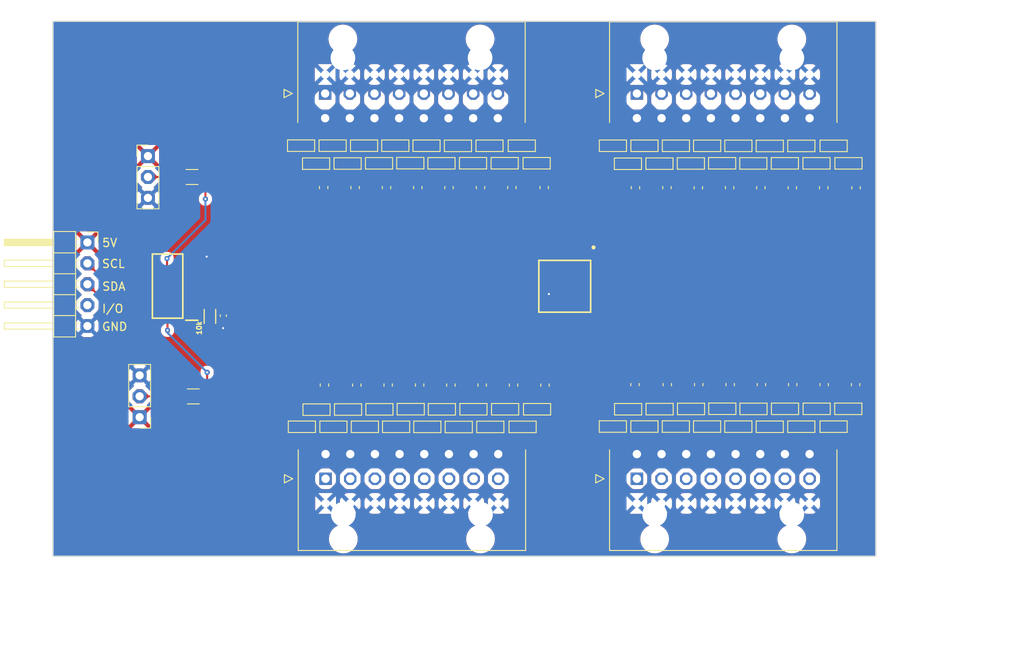
<source format=kicad_pcb>
(kicad_pcb (version 20221018) (generator pcbnew)
  (layers (0 "F.Cu" signal) (31 "B.Cu" signal) (34 "B.Paste" user) (35 "F.Paste" user) (36 "B.SilkS" user "B.Silkscreen") (37 "F.SilkS" user "F.Silkscreen") (38 "B.Mask" user) (39 "F.Mask" user) (44 "Edge.Cuts" user))
  (net 0 "")
  (net 1 "/I_O_Expander/RESET")
  (net 2 "GND")
  (net 3 "+5V")
  (net 4 "/ADG_TEMP_Sense/A0")
  (net 5 "/ADG_TEMP_Sense/A1")
  (net 6 "/ADG_TEMP_Sense/A2")
  (net 7 "/ADG_TEMP_Sense/A3")
  (net 8 "/ADG_TEMP_Sense/A4")
  (net 9 "/ADG_TEMP_Sense/CS")
  (net 10 "/ADG_TEMP_Sense/WR")
  (net 11 "/ADG_TEMP_Sense/EN")
  (net 16 "/I_O_Expander/I2C_A1")
  (net 25 "/I_O_Expander/I2C_A0")
  (net 26 "/I_O_Expander/SCL")
  (net 27 "/I_O_Expander/SDA")
  (net 28 "Net-(J4-Pin_2)")
  (net 29 "Net-(J5-Pin_2)")
  (net 30 "/Temp_12")
  (net 31 "/Temp_11")
  (net 32 "/Temp_10")
  (net 33 "/Temp_9")
  (net 34 "/Temp_8")
  (net 35 "/Temp_7")
  (net 36 "/Temp_6")
  (net 37 "/Temp_5")
  (net 38 "/Temp_4")
  (net 39 "/Temp_3")
  (net 40 "/Temp_2")
  (net 41 "/Temp_1")
  (net 42 "/Temp_17")
  (net 43 "/Temp_18")
  (net 44 "/Temp_19")
  (net 45 "/Temp_20")
  (net 46 "/Temp_21")
  (net 47 "/Temp_22")
  (net 48 "/Temp_23")
  (net 49 "/Temp_24")
  (net 50 "/Temp_25")
  (net 51 "/Temp_26")
  (net 52 "/Temp_27")
  (net 53 "/Temp_28")
  (net 54 "/Temp_29")
  (net 55 "/Temp_30")
  (net 56 "/Temp_31")
  (net 57 "/Temp_32")
  (net 58 "/I{slash}O")
  (net 59 "/Temp_16")
  (net 60 "/Temp_15")
  (net 61 "/Temp_14")
  (net 62 "/Temp_13")
  (net 63 "/ADG_TEMP_Sense/F_Temp_1")
  (net 64 "/ADG_TEMP_Sense/F_Temp_2")
  (net 65 "/ADG_TEMP_Sense/F_Temp_3")
  (net 66 "/ADG_TEMP_Sense/F_Temp_5")
  (net 67 "/ADG_TEMP_Sense/F_Temp_6")
  (net 68 "/ADG_TEMP_Sense/F_Temp_7")
  (net 69 "/ADG_TEMP_Sense/F_Temp_9")
  (net 70 "/ADG_TEMP_Sense/F_Temp_13")
  (net 71 "/ADG_TEMP_Sense/F_Temp_10")
  (net 72 "/ADG_TEMP_Sense/F_Temp_14")
  (net 73 "/ADG_TEMP_Sense/F_Temp_11")
  (net 74 "/ADG_TEMP_Sense/F_Temp_15")
  (net 75 "/ADG_TEMP_Sense/F_Temp_17")
  (net 76 "/ADG_TEMP_Sense/F_Temp_21")
  (net 77 "/ADG_TEMP_Sense/F_Temp_18")
  (net 78 "/ADG_TEMP_Sense/F_Temp_22")
  (net 79 "/ADG_TEMP_Sense/F_Temp_19")
  (net 80 "/ADG_TEMP_Sense/F_Temp_23")
  (net 81 "/ADG_TEMP_Sense/F_Temp_25")
  (net 82 "/ADG_TEMP_Sense/F_Temp_4")
  (net 83 "/ADG_TEMP_Sense/F_Temp_26")
  (net 84 "/ADG_TEMP_Sense/F_Temp_8")
  (net 85 "/ADG_TEMP_Sense/F_Temp_27")
  (net 86 "/ADG_TEMP_Sense/F_Temp_12")
  (net 87 "/ADG_TEMP_Sense/F_Temp_16")
  (net 88 "/ADG_TEMP_Sense/F_Temp_20")
  (net 89 "/ADG_TEMP_Sense/F_Temp_24")
  (net 90 "/ADG_TEMP_Sense/F_Temp_28")
  (net 91 "/ADG_TEMP_Sense/F_Temp_29")
  (net 92 "/ADG_TEMP_Sense/F_Temp_30")
  (net 93 "/ADG_TEMP_Sense/F_Temp_31")
  (net 94 "/ADG_TEMP_Sense/F_Temp_32")
  (footprint "PCM_Resistor_SMD_AKL:R_0603_1608Metric_Pad0.98x0.95mm_HandSolder" (layer "F.Cu") (at 170.677091 126.235771)
    (fp_text reference "R26" hide)
    (fp_text value "10k")
  )
  (footprint "PCM_Resistor_SMD_AKL:R_0603_1608Metric_Pad0.98x0.95mm_HandSolder" (layer "F.Cu") (at 149.836003 94.216145)
    (fp_text reference "R29" hide)
    (fp_text value "100R")
  )
  (footprint "PCM_Resistor_SMD_AKL:R_0603_1608Metric_Pad0.98x0.95mm_HandSolder" (layer "F.Cu") (at 191.623549 124.081161)
    (fp_text reference "R51" hide)
    (fp_text value "100R")
  )
  (footprint "PCM_Resistor_SMD_AKL:R_0603_1608Metric_Pad0.98x0.95mm_HandSolder" (layer "F.Cu") (at 172.505528 94.265646)
    (fp_text reference "R30" hide)
    (fp_text value "100R")
  )
  (footprint "PCM_Resistor_SMD_AKL:R_0603_1608Metric_Pad0.98x0.95mm_HandSolder" (layer "F.Cu") (at 148.004 92.104089)
    (fp_text reference "R21" hide)
    (fp_text value "10k")
  )
  (footprint "Capacitor_SMD:C_0603_1608Metric_Pad1.08x0.95mm_HandSolder" (layer "F.Cu") (at 147.145233 121.188617 90)
    (fp_text reference "C7" hide)
    (fp_text value "10uF")
  )
  (footprint "PCM_Resistor_SMD_AKL:R_0603_1608Metric_Pad0.98x0.95mm_HandSolder" (layer "F.Cu") (at 144.281995 126.27543)
    (fp_text reference "R9" hide)
    (fp_text value "10k")
  )
  (footprint "PCM_Resistor_SMD_AKL:R_0603_1608Metric_Pad0.98x0.95mm_HandSolder" (layer "F.Cu") (at 151.936759 126.281414)
    (fp_text reference "R41" hide)
    (fp_text value "10k")
  )
  (footprint "Capacitor_SMD:C_0603_1608Metric_Pad1.08x0.95mm_HandSolder" (layer "F.Cu") (at 188.664126 97.196888 -90)
    (fp_text reference "C13" hide)
    (fp_text value "10uF")
  )
  (footprint "Capacitor_SMD:C_0603_1608Metric_Pad1.08x0.95mm_HandSolder" (layer "F.Cu") (at 188.707764 121.134805 90)
    (fp_text reference "C17" hide)
    (fp_text value "10uF")
  )
  (footprint "Capacitor_SMD:C_0603_1608Metric_Pad1.08x0.95mm_HandSolder" (layer "F.Cu") (at 177.234575 97.198721 -90)
    (fp_text reference "C20" hide)
    (fp_text value "10uF")
  )
  (footprint "Custom:43045-16_00,01,02,10_" (layer "F.Cu") (at 169.76175 85.742011 180)
    (fp_text reference "J1" hide)
    (fp_text value "43045-1602" hide)
  )
  (footprint "PCM_Resistor_SMD_AKL:R_0603_1608Metric_Pad0.98x0.95mm_HandSolder" (layer "F.Cu") (at 193.678991 126.247486)
    (fp_text reference "R59" hide)
    (fp_text value "10k")
  )
  (footprint "PCM_Resistor_SMD_AKL:R_0603_1608Metric_Pad0.98x0.95mm_HandSolder" (layer "F.Cu") (at 144.184973 92.091734)
    (fp_text reference "R5" hide)
    (fp_text value "10k")
  )
  (footprint "PCM_Resistor_SMD_AKL:R_0603_1608Metric_Pad0.98x0.95mm_HandSolder" (layer "F.Cu") (at 149.887345 124.129901)
    (fp_text reference "R33" hide)
    (fp_text value "100R")
  )
  (footprint "Connector_PinHeader_2.54mm:PinHeader_1x03_P2.54mm_Vertical" (layer "F.Cu") (at 110.31 93.35)
    (fp_text reference "J4" hide)
    (fp_text value "Conn_01x03_Pin")
  )
  (footprint "PCM_Resistor_SMD_AKL:R_0603_1608Metric_Pad0.98x0.95mm_HandSolder" (layer "F.Cu") (at 153.738093 124.129901)
    (fp_text reference "R49" hide)
    (fp_text value "100R")
  )
  (footprint "Capacitor_SMD:C_0603_1608Metric_Pad1.08x0.95mm_HandSolder" (layer "F.Cu") (at 177.278213 121.136638 90)
    (fp_text reference "C24" hide)
    (fp_text value "10uF")
  )
  (footprint "PCM_Resistor_SMD_AKL:R_0603_1608Metric_Pad0.98x0.95mm_HandSolder" (layer "F.Cu") (at 185.915329 126.258386)
    (fp_text reference "R27" hide)
    (fp_text value "10k")
  )
  (footprint "Custom:SOP65P640X110-24N" (layer "F.Cu") (at 112.7 109.16 180)
    (fp_text reference "IC2" hide)
    (fp_text value "PCA9539RPW_118" hide)
  )
  (footprint "PCM_Resistor_SMD_AKL:R_0603_1608Metric_Pad0.98x0.95mm_HandSolder" (layer "F.Cu") (at 182.096302 126.246031)
    (fp_text reference "R11" hide)
    (fp_text value "10k")
  )
  (footprint "PCM_Resistor_SMD_AKL:R_0603_1608Metric_Pad0.98x0.95mm_HandSolder" (layer "F.Cu") (at 151.839737 92.097718)
    (fp_text reference "R37" hide)
    (fp_text value "10k")
  )
  (footprint "PCM_Resistor_SMD_AKL:R_0603_1608Metric_Pad0.98x0.95mm_HandSolder" (layer "F.Cu") (at 140.484118 126.270118)
    (fp_text reference "R56" hide)
    (fp_text value "10k")
  )
  (footprint "PCM_Resistor_SMD_AKL:R_0603_1608Metric_Pad0.98x0.95mm_HandSolder" (layer "F.Cu") (at 178.304011 92.101524)
    (fp_text reference "R54" hide)
    (fp_text value "10k")
  )
  (footprint "Capacitor_SMD:C_0603_1608Metric_Pad1.08x0.95mm_HandSolder" (layer "F.Cu") (at 150.747211 97.181786 -90)
    (fp_text reference "C11" hide)
    (fp_text value "10uF")
  )
  (footprint "PCM_Resistor_SMD_AKL:R_0603_1608Metric_Pad0.98x0.95mm_HandSolder" (layer "F.Cu") (at 191.603666 94.231247)
    (fp_text reference "R47" hide)
    (fp_text value "100R")
  )
  (footprint "PCM_Resistor_SMD_AKL:R_0603_1608Metric_Pad0.98x0.95mm_HandSolder" (layer "F.Cu") (at 134.588613 94.250544)
    (fp_text reference "R28" hide)
    (fp_text value "100R")
  )
  (footprint "PCM_Resistor_SMD_AKL:R_0603_1608Metric_Pad0.98x0.95mm_HandSolder" (layer "F.Cu") (at 168.672999 94.281052)
    (fp_text reference "R14" hide)
    (fp_text value "100R")
  )
  (footprint "PCM_Resistor_SMD_AKL:R_0603_1608Metric_Pad0.98x0.95mm_HandSolder" (layer "F.Cu") (at 180.147269 124.074122)
    (fp_text reference "R66" hide)
    (fp_text value "100R")
  )
  (footprint "Capacitor_SMD:C_0603_1608Metric_Pad1.08x0.95mm_HandSolder" (layer "F.Cu") (at 139.517757 121.185378 90)
    (fp_text reference "C22" hide)
    (fp_text value "10uF")
  )
  (footprint "PCM_Resistor_SMD_AKL:R_0603_1608Metric_Pad0.98x0.95mm_HandSolder" (layer "F.Cu") (at 155.864684 126.276885)
    (fp_text reference "R57" hide)
    (fp_text value "10k")
  )
  (footprint "Custom:43045-16_00,01,02,10_" (layer "F.Cu") (at 131.855424 85.742011 180)
    (fp_text reference "J2" hide)
    (fp_text value "43045-1602" hide)
  )
  (footprint "PCM_Resistor_SMD_AKL:R_0603_1608Metric_Pad0.98x0.95mm_HandSolder" (layer "F.Cu") (at 185.920915 92.119191)
    (fp_text reference "R23" hide)
    (fp_text value "10k")
  )
  (footprint "PCM_Resistor_SMD_AKL:R_0603_1608Metric_Pad0.98x0.95mm_HandSolder" (layer "F.Cu") (at 155.767662 92.093189)
    (fp_text reference "R53" hide)
    (fp_text value "10k")
  )
  (footprint "PCM_Resistor_SMD_AKL:R_0603_1608Metric_Pad0.98x0.95mm_HandSolder" (layer "F.Cu") (at 174.500477 126.238245)
    (fp_text reference "R42" hide)
    (fp_text value "10k")
  )
  (footprint "PCM_4ms_Resistor:R_0603" (layer "F.Cu") (at 117.848 112.845 90)
    (fp_text reference "R1" hide)
    (fp_text value "10k")
  )
  (footprint "PCM_Resistor_SMD_AKL:R_0603_1608Metric_Pad0.98x0.95mm_HandSolder" (layer "F.Cu") (at 130.756084 94.26595)
    (fp_text reference "R12" hide)
    (fp_text value "100R")
  )
  (footprint "Capacitor_SMD:C_0603_1608Metric_Pad1.08x0.95mm_HandSolder" (layer "F.Cu") (at 158.59242 121.193555 90)
    (fp_text reference "C31" hide)
    (fp_text value "10uF")
  )
  (footprint "Connector_PinHeader_2.54mm:PinHeader_1x03_P2.54mm_Vertical" (layer "F.Cu") (at 109.3 125.095 180)
    (fp_text reference "J5" hide)
    (fp_text value "Conn_01x03_Pin")
  )
  (footprint "PCM_Resistor_SMD_AKL:R_0603_1608Metric_Pad0.98x0.95mm_HandSolder" (layer "F.Cu") (at 195.464763 124.081161)
    (fp_text reference "R67" hide)
    (fp_text value "100R")
  )
  (footprint "Connector_PinHeader_2.54mm:PinHeader_1x05_P2.54mm_Horizontal" (layer "F.Cu") (at 102.95 114.01 180)
    (fp_text reference "J3" hide)
    (fp_text value "Conn_01x05_Pin")
  )
  (footprint "PCM_Resistor_SMD_AKL:R_0603_1608Metric_Pad0.98x0.95mm_HandSolder" (layer "F.Cu") (at 136.68617 126.267644)
    (fp_text reference "R40" hide)
    (fp_text value "10k")
  )
  (footprint "PCM_Resistor_SMD_AKL:R_0603_1608Metric_Pad0.98x0.95mm_HandSolder" (layer "F.Cu") (at 187.752918 94.231247)
    (fp_text reference "R31" hide)
    (fp_text value "100R")
  )
  (footprint "PCM_Resistor_SMD_AKL:R_0603_1608Metric_Pad0.98x0.95mm_HandSolder" (layer "F.Cu") (at 129.026705 126.262696)
    (fp_text reference "R8" hide)
    (fp_text value "10k")
  )
  (footprint "PCM_Resistor_SMD_AKL:R_0603_1608Metric_Pad0.98x0.95mm_HandSolder" (layer "F.Cu") (at 142.261813 124.122862)
    (fp_text reference "R64" hide)
    (fp_text value "100R")
  )
  (footprint "Capacitor_SMD:C_0603_1608Metric_Pad1.08x0.95mm_HandSolder" (layer "F.Cu") (at 139.31766 97.183619 -90)
    (fp_text reference "C18" hide)
    (fp_text value "10uF")
  )
  (footprint "Capacitor_SMD:C_0603_1608Metric_Pad1.08x0.95mm_HandSolder" (layer "F.Cu") (at 184.835632 97.199312 -90)
    (fp_text reference "C5" hide)
    (fp_text value "10uF")
  )
  (footprint "Custom:43045-16_00,01,02,10_" (layer "F.Cu") (at 190.08175 132.5846)
    (fp_text reference "J7" hide)
    (fp_text value "43045-1602" hide)
  )
  (footprint "Capacitor_SMD:C_0603_1608Metric_Pad1.08x0.95mm_HandSolder" (layer "F.Cu") (at 192.527556 121.141904 90)
    (fp_text reference "C25" hide)
    (fp_text value "10uF")
  )
  (footprint "Capacitor_SMD:C_0603_1608Metric_Pad1.08x0.95mm_HandSolder" (layer "F.Cu") (at 135.70194 121.188755 90)
    (fp_text reference "C14" hide)
    (fp_text value "10uF")
  )
  (footprint "PCM_Resistor_SMD_AKL:R_0603_1608Metric_Pad0.98x0.95mm_HandSolder" (layer "F.Cu") (at 193.684577 92.108291)
    (fp_text reference "R55" hide)
    (fp_text value "10k")
  )
  (footprint "PCM_Resistor_SMD_AKL:R_0603_1608Metric_Pad0.98x0.95mm_HandSolder" (layer "F.Cu") (at 142.210471 94.209106)
    (fp_text reference "R60" hide)
    (fp_text value "100R")
  )
  (footprint "Capacitor_SMD:C_0603_1608Metric_Pad1.08x0.95mm_HandSolder" (layer "F.Cu") (at 154.563028 97.178409 -90)
    (fp_text reference "C19" hide)
    (fp_text value "10uF")
  )
  (footprint "Capacitor_SMD:C_0603_1608Metric_Pad1.08x0.95mm_HandSolder" (layer "F.Cu") (at 154.7671 121.190644 90)
    (fp_text reference "C23" hide)
    (fp_text value "10uF")
  )
  (footprint "PCM_Resistor_SMD_AKL:R_0603_1608Metric_Pad0.98x0.95mm_HandSolder" (layer "F.Cu") (at 128.929683 92.079)
    (fp_text reference "R4" hide)
    (fp_text value "10k")
  )
  (footprint "PCM_Resistor_SMD_AKL:R_0603_1608Metric_Pad0.98x0.95mm_HandSolder" (layer "F.Cu") (at 183.917228 94.241806)
    (fp_text reference "R15" hide)
    (fp_text value "100R")
  )
  (footprint "Capacitor_SMD:C_0603_1608Metric_Pad1.08x0.95mm_HandSolder" (layer "F.Cu") (at 196.352876 121.144815 90)
    (fp_text reference "C33" hide)
    (fp_text value "10uF")
  )
  (footprint "PCM_Resistor_SMD_AKL:R_0603_1608Metric_Pad0.98x0.95mm_HandSolder" (layer "F.Cu") (at 180.127386 94.224208)
    (fp_text reference "R62" hide)
    (fp_text value "100R")
  )
  (footprint "PCM_Resistor_SMD_AKL:R_0603_1608Metric_Pad0.98x0.95mm_HandSolder" (layer "F.Cu") (at 172.525411 124.11556)
    (fp_text reference "R34" hide)
    (fp_text value "100R")
  )
  (footprint "PCM_Resistor_SMD_AKL:R_0603_1608Metric_Pad0.98x0.95mm_HandSolder" (layer "F.Cu") (at 146.051655 124.14046)
    (fp_text reference "R17" hide)
    (fp_text value "100R")
  )
  (footprint "Capacitor_SMD:C_0603_1608Metric_Pad1.08x0.95mm_HandSolder" (layer "F.Cu") (at 181.106707 121.134214 90)
    (fp_text reference "C32" hide)
    (fp_text value "10uF")
  )
  (footprint "PCM_Resistor_SMD_AKL:R_0603_1608Metric_Pad0.98x0.95mm_HandSolder" (layer "F.Cu") (at 168.692882 124.130966)
    (fp_text reference "R18" hide)
    (fp_text value "100R")
  )
  (footprint "PCM_Resistor_SMD_AKL:R_0603_1608Metric_Pad0.98x0.95mm_HandSolder" (layer "F.Cu") (at 189.751066 126.252015)
    (fp_text reference "R43" hide)
    (fp_text value "10k")
  )
  (footprint "Capacitor_SMD:C_0603_1608Metric_Pad1.08x0.95mm_HandSolder" (layer "F.Cu") (at 150.947308 121.183545 90)
    (fp_text reference "C15" hide)
    (fp_text value "10uF")
  )
  (footprint "PCM_Resistor_SMD_AKL:R_0603_1608Metric_Pad0.98x0.95mm_HandSolder" (layer "F.Cu") (at 183.937111 124.09172)
    (fp_text reference "R19" hide)
    (fp_text value "100R")
  )
  (footprint "Resistor_SMD:R_1206_3216Metric_Pad1.30x1.75mm_HandSolder" (layer "F.Cu") (at 115.67 95.89)
    (fp_text reference "R2" hide)
    (fp_text value "22")
  )
  (footprint "PCM_Resistor_SMD_AKL:R_0603_1608Metric_Pad0.98x0.95mm_HandSolder" (layer "F.Cu") (at 132.765762 92.081474)
    (fp_text reference "R20" hide)
    (fp_text value "10k")
  )
  (footprint "PCM_Resistor_SMD_AKL:R_0603_1608Metric_Pad0.98x0.95mm_HandSolder" (layer "F.Cu") (at 182.101888 92.106836)
    (fp_text reference "R7" hide)
    (fp_text value "10k")
  )
  (footprint "Capacitor_SMD:C_0402_1005Metric" (layer "F.Cu") (at 119.478 112.755 -90)
    (fp_text reference "C1" hide)
    (fp_text value "0.1uF")
  )
  (footprint "PCM_Resistor_SMD_AKL:R_0603_1608Metric_Pad0.98x0.95mm_HandSolder" (layer "F.Cu") (at 138.458791 124.143804)
    (fp_text reference "R48" hide)
    (fp_text value "100R")
  )
  (footprint "PCM_Resistor_SMD_AKL:R_0603_1608Metric_Pad0.98x0.95mm_HandSolder" (layer "F.Cu") (at 187.772801 124.081161)
    (fp_text reference "R35" hide)
    (fp_text value "100R")
  )
  (footprint "PCM_Resistor_SMD_AKL:R_0603_1608Metric_Pad0.98x0.95mm_HandSolder" (layer "F.Cu") (at 136.589148 92.083948)
    (fp_text reference "R36" hide)
    (fp_text value "10k")
  )
  (footprint "Capacitor_SMD:C_0603_1608Metric_Pad1.08x0.95mm_HandSolder" (layer "F.Cu") (at 196.409148 97.198952 -90)
    (fp_text reference "C29" hide)
    (fp_text value "10uF")
  )
  (footprint "Capacitor_SMD:C_0603_1608Metric_Pad1.08x0.95mm_HandSolder" (layer "F.Cu") (at 158.492233 97.18385 -90)
    (fp_text reference "C27" hide)
    (fp_text value "10uF")
  )
  (footprint "PCM_Resistor_SMD_AKL:R_0603_1608Metric_Pad0.98x0.95mm_HandSolder" (layer "F.Cu") (at 130.807426 124.179706)
    (fp_text reference "R16" hide)
    (fp_text value "100R")
  )
  (footprint "PCM_Resistor_SMD_AKL:R_0603_1608Metric_Pad0.98x0.95mm_HandSolder" (layer "F.Cu") (at 195.489609 94.233481)
    (fp_text reference "R63" hide)
    (fp_text value "100R")
  )
  (footprint "Resistor_SMD:R_1206_3216Metric_Pad1.30x1.75mm_HandSolder" (layer "F.Cu") (at 115.82 122.57)
    (fp_text reference "R3" hide)
    (fp_text value "22")
  )
  (footprint "PCM_Resistor_SMD_AKL:R_0603_1608Metric_Pad0.98x0.95mm_HandSolder" (layer "F.Cu") (at 170.682677 92.096576)
    (fp_text reference "R22" hide)
    (fp_text value "10k")
  )
  (footprint "PCM_Resistor_SMD_AKL:R_0603_1608Metric_Pad0.98x0.95mm_HandSolder" (layer "F.Cu") (at 166.846598 92.094102)
    (fp_text reference "R6" hide)
    (fp_text value "10k")
  )
  (footprint "PCM_Resistor_SMD_AKL:R_0603_1608Metric_Pad0.98x0.95mm_HandSolder" (layer "F.Cu") (at 174.506063 92.09905)
    (fp_text reference "R38" hide)
    (fp_text value "10k")
  )
  (footprint "Capacitor_SMD:C_0603_1608Metric_Pad1.08x0.95mm_HandSolder" (layer "F.Cu") (at 143.346251 121.182954 90)
    (fp_text reference "C30" hide)
    (fp_text value "10uF")
  )
  (footprint "PCM_Resistor_SMD_AKL:R_0603_1608Metric_Pad0.98x0.95mm_HandSolder" (layer "F.Cu") (at 176.324364 94.24515)
    (fp_text reference "R46" hide)
    (fp_text value "100R")
  )
  (footprint "PCM_Resistor_SMD_AKL:R_0603_1608Metric_Pad0.98x0.95mm_HandSolder" (layer "F.Cu") (at 134.639955 124.1643)
    (fp_text reference "R32" hide)
    (fp_text value "100R")
  )
  (footprint "PCM_Resistor_SMD_AKL:R_0603_1608Metric_Pad0.98x0.95mm_HandSolder" (layer "F.Cu") (at 140.387096 92.086422)
    (fp_text reference "R52" hide)
    (fp_text value "10k")
  )
  (footprint "PCM_Resistor_SMD_AKL:R_0603_1608Metric_Pad0.98x0.95mm_HandSolder" (layer "F.Cu") (at 148.101022 126.287785)
    (fp_text reference "R25" hide)
    (fp_text value "10k")
  )
  (footprint "PCM_Resistor_SMD_AKL:R_0603_1608Metric_Pad0.98x0.95mm_HandSolder" (layer "F.Cu") (at 166.841012 126.233297)
    (fp_text reference "R10" hide)
    (fp_text value "10k")
  )
  (footprint "PCM_Resistor_SMD_AKL:R_0603_1608Metric_Pad0.98x0.95mm_HandSolder" (layer "F.Cu") (at 132.862784 126.26517)
    (fp_text reference "R24" hide)
    (fp_text value "10k")
  )
  (footprint "Custom:43045-16_00,01,02,10_" (layer "F.Cu") (at 152.228494 132.5846)
    (fp_text reference "J6" hide)
    (fp_text value "43045-1602" hide)
  )
  (footprint "PCM_Resistor_SMD_AKL:R_0603_1608Metric_Pad0.98x0.95mm_HandSolder" (layer "F.Cu") (at 189.756652 92.11282)
    (fp_text reference "R39" hide)
    (fp_text value "10k")
  )
  (footprint "Capacitor_SMD:C_0603_1608Metric_Pad1.08x0.95mm_HandSolder" (layer "F.Cu") (at 173.462396 121.140015 90)
    (fp_text reference "C16" hide)
    (fp_text value "10uF")
  )
  (footprint "Capacitor_SMD:C_0603_1608Metric_Pad1.08x0.95mm_HandSolder" (layer "F.Cu") (at 143.119735 97.178547 -90)
    (fp_text reference "C26" hide)
    (fp_text value "10uF")
  )
  (footprint "Capacitor_SMD:C_0603_1608Metric_Pad1.08x0.95mm_HandSolder" (layer "F.Cu") (at 131.772735 121.183314 90)
    (fp_text reference "C6" hide)
    (fp_text value "10uF")
  )
  (footprint "Capacitor_SMD:C_0603_1608Metric_Pad1.08x0.95mm_HandSolder" (layer "F.Cu") (at 169.589463 97.188711 -90)
    (fp_text reference "C4" hide)
    (fp_text value "10uF")
  )
  (footprint "PCM_Resistor_SMD_AKL:R_0603_1608Metric_Pad0.98x0.95mm_HandSolder" (layer "F.Cu") (at 178.298425 126.240719)
    (fp_text reference "R58" hide)
    (fp_text value "10k")
  )
  (footprint "Capacitor_SMD:C_0603_1608Metric_Pad1.08x0.95mm_HandSolder" (layer "F.Cu") (at 181.03665 97.193649 -90)
    (fp_text reference "C28" hide)
    (fp_text value "10uF")
  )
  (footprint "Capacitor_SMD:C_0603_1608Metric_Pad1.08x0.95mm_HandSolder" (layer "F.Cu") (at 169.533191 121.134574 90)
    (fp_text reference "C8" hide)
    (fp_text value "10uF")
  )
  (footprint "Capacitor_SMD:C_0603_1608Metric_Pad1.08x0.95mm_HandSolder" (layer "F.Cu") (at 135.497868 97.17652 -90)
    (fp_text reference "C10" hide)
    (fp_text value "10uF")
  )
  (footprint "Capacitor_SMD:C_0603_1608Metric_Pad1.08x0.95mm_HandSolder" (layer "F.Cu") (at 184.905689 121.139877 90)
    (fp_text reference "C9" hide)
    (fp_text value "10uF")
  )
  (footprint "Capacitor_SMD:C_0603_1608Metric_Pad1.08x0.95mm_HandSolder" (layer "F.Cu") (at 146.918717 97.18421 -90)
    (fp_text reference "C3" hide)
    (fp_text value "10uF")
  )
  (footprint "PCM_Resistor_SMD_AKL:R_0603_1608Metric_Pad0.98x0.95mm_HandSolder" (layer "F.Cu") (at 146.000313 94.226704)
    (fp_text reference "R13" hide)
    (fp_text value "100R")
  )
  (footprint "Capacitor_SMD:C_0603_1608Metric_Pad1.08x0.95mm_HandSolder" (layer "F.Cu") (at 131.672548 97.173609 -90)
    (fp_text reference "C2" hide)
    (fp_text value "10uF")
  )
  (footprint "PCM_Resistor_SMD_AKL:R_0603_1608Metric_Pad0.98x0.95mm_HandSolder" (layer "F.Cu") (at 176.344247 124.095064)
    (fp_text reference "R50" hide)
    (fp_text value "100R")
  )
  (footprint "PCM_Resistor_SMD_AKL:R_0603_1608Metric_Pad0.98x0.95mm_HandSolder" (layer "F.Cu") (at 157.624036 124.132135)
    (fp_text reference "R65" hide)
    (fp_text value "100R")
  )
  (footprint "Capacitor_SMD:C_0603_1608Metric_Pad1.08x0.95mm_HandSolder" (layer "F.Cu") (at 173.414783 97.191622 -90)
    (fp_text reference "C12" hide)
    (fp_text value "10uF")
  )
  (footprint "Custom:QFP50P900X900X120-48N" (layer "F.Cu") (at 160.99 109.18 -90)
    (fp_text reference "IC1" hide)
    (fp_text value "ADG732BSUZ-REEL" hide)
  )
  (footprint "PCM_Resistor_SMD_AKL:R_0603_1608Metric_Pad0.98x0.95mm_HandSolder" (layer "F.Cu") (at 153.686751 94.216145)
    (fp_text reference "R45" hide)
    (fp_text value "100R")
  )
  (footprint "Capacitor_SMD:C_0603_1608Metric_Pad1.08x0.95mm_HandSolder" (layer "F.Cu") (at 192.479943 97.193511 -90)
    (fp_text reference "C21" hide)
    (fp_text value "10uF")
  )
  (footprint "PCM_Resistor_SMD_AKL:R_0603_1608Metric_Pad0.98x0.95mm_HandSolder" (layer "F.Cu") (at 138.407449 94.230048)
    (fp_text reference "R44" hide)
    (fp_text value "100R")
  )
  (footprint "PCM_Resistor_SMD_AKL:R_0603_1608Metric_Pad0.98x0.95mm_HandSolder" (layer "F.Cu") (at 157.572694 94.218379)
    (fp_text reference "R61" hide)
    (fp_text value "100R")
  )
  (gr_rect (start 98.76 76.97) (end 198.82 142) (stroke (width 0.15)) (fill none) (layer "Edge.Cuts"))
  (gr_text "GND" (at 104.640509 114.679867) (layer "F.SilkS") (effects (font (size 1 1)) (justify left bottom)))
  (gr_text "SCL" (at 104.631289 107.028718) (layer "F.SilkS") (effects (font (size 1 1)) (justify left bottom)))
  (gr_text "5V" (at 104.661286 104.478927) (layer "F.SilkS") (effects (font (size 1 1)) (justify left bottom)))
  (gr_text "I/O" (at 104.640509 112.490046) (layer "F.SilkS") (effects (font (size 1 1)) (justify left bottom)))
  (gr_text "SDA" (at 104.661286 109.788491) (layer "F.SilkS") (effects (font (size 1 1)) (justify left bottom)))
  (segment (start 117.298 111.995) (end 117.848 111.995) (width 0.25) (layer "F.Cu") (net 1))
  (segment (start 115.638 111.435) (end 116.738 111.435) (width 0.25) (layer "F.Cu") (net 1))
  (segment (start 118.128 112.275) (end 119.478 112.275) (width 0.25) (layer "F.Cu") (net 1))
  (segment (start 116.738 111.435) (end 117.298 111.995) (width 0.25) (layer "F.Cu") (net 1))
  (segment (start 117.848 111.995) (end 118.128 112.275) (width 0.25) (layer "F.Cu") (net 1))
  (segment (start 119.478 113.235) (end 119.478 114.245197) (width 0.25) (layer "F.Cu") (net 2))
  (segment (start 119.478 114.245197) (end 119.454309 114.268888) (width 0.25) (layer "F.Cu") (net 2))
  (segment (start 159.060743 110.419257) (end 157.55 111.93) (width 0.25) (layer "F.Cu") (net 2))
  (segment (start 156.752 111.43) (end 157.7895 111.43) (width 0.25) (layer "F.Cu") (net 2))
  (segment (start 159.060743 110.158757) (end 159.060743 110.419257) (width 0.25) (layer "F.Cu") (net 2))
  (segment (start 159.060743 110.158757) (end 159.060743 110.120371) (width 0.25) (layer "F.Cu") (net 2))
  (segment (start 117.438033 105.585) (end 117.447599 105.575434) (width 0.25) (layer "F.Cu") (net 2))
  (segment (start 157.7895 111.43) (end 159.060743 110.158757) (width 0.25) (layer "F.Cu") (net 2))
  (segment (start 115.638 105.585) (end 117.438033 105.585) (width 0.25) (layer "F.Cu") (net 2))
  (segment (start 157.55 111.93) (end 156.752 111.93) (width 0.25) (layer "F.Cu") (net 2))
  (via (at 159.060743 110.120371) (size 0.6) (drill 0.25) (layers "F.Cu" "B.Cu") (net 2))
  (via (at 117.447599 105.575434) (size 0.6) (drill 0.25) (layers "F.Cu" "B.Cu") (net 2))
  (via (at 119.454309 114.268888) (size 0.6) (drill 0.25) (layers "F.Cu" "B.Cu") (net 2))
  (segment (start 181.682742 126.164306) (end 181.306568 126.164306) (width 0.25) (layer "F.Cu") (net 3))
  (segment (start 156.752 106.93) (end 157.99 106.93) (width 0.25) (layer "F.Cu") (net 3))
  (segment (start 115.638 106.235) (end 152.657273 106.235) (width 0.25) (layer "F.Cu") (net 4))
  (segment (start 156.761318 107.437045) (end 153.859318 107.437045) (width 0.25) (layer "F.Cu") (net 4))
  (segment (start 152.657273 106.235) (end 153.859318 107.437045) (width 0.25) (layer "F.Cu") (net 4))
  (segment (start 115.638 106.885) (end 152.670877 106.885) (width 0.25) (layer "F.Cu") (net 5))
  (segment (start 153.723272 107.937395) (end 156.761318 107.937395) (width 0.25) (layer "F.Cu") (net 5))
  (segment (start 152.670877 106.885) (end 153.723272 107.937395) (width 0.25) (layer "F.Cu") (net 5))
  (segment (start 152.684481 107.535) (end 153.591361 108.44188) (width 0.25) (layer "F.Cu") (net 6))
  (segment (start 153.591361 108.44188) (end 156.761318 108.44188) (width 0.25) (layer "F.Cu") (net 6))
  (segment (start 115.638 107.535) (end 152.684481 107.535) (width 0.25) (layer "F.Cu") (net 6))
  (segment (start 115.638 108.185) (end 152.698085 108.185) (width 0.25) (layer "F.Cu") (net 7))
  (segment (start 153.452214 108.939129) (end 156.758733 108.939129) (width 0.25) (layer "F.Cu") (net 7))
  (segment (start 152.698085 108.185) (end 153.452214 108.939129) (width 0.25) (layer "F.Cu") (net 7))
  (segment (start 152.711689 108.835) (end 153.317026 109.440337) (width 0.25) (layer "F.Cu") (net 8))
  (segment (start 153.317026 109.440337) (end 156.763371 109.440337) (width 0.25) (layer "F.Cu") (net 8))
  (segment (start 115.638 108.835) (end 152.711689 108.835) (width 0.25) (layer "F.Cu") (net 8))
  (segment (start 153.187358 109.947065) (end 156.773723 109.947065) (width 0.25) (layer "F.Cu") (net 9))
  (segment (start 115.638 109.485) (end 152.725293 109.485) (width 0.25) (layer "F.Cu") (net 9))
  (segment (start 152.725293 109.485) (end 153.187358 109.947065) (width 0.25) (layer "F.Cu") (net 9))
  (segment (start 152.738897 110.135) (end 153.047177 110.44328) (width 0.25) (layer "F.Cu") (net 10))
  (segment (start 115.638 110.135) (end 152.738897 110.135) (width 0.25) (layer "F.Cu") (net 10))
  (segment (start 153.047177 110.44328) (end 156.761318 110.44328) (width 0.25) (layer "F.Cu") (net 10))
  (segment (start 152.752501 110.785) (end 152.902861 110.93536) (width 0.25) (layer "F.Cu") (net 11))
  (segment (start 115.638 110.785) (end 152.752501 110.785) (width 0.25) (layer "F.Cu") (net 11))
  (segment (start 152.902861 110.93536) (end 156.761318 110.93536) (width 0.25) (layer "F.Cu") (net 11))
  (segment (start 112.63 110.0645) (end 112.63 105.8) (width 0.25) (layer "F.Cu") (net 16))
  (segment (start 115.638 112.085) (end 114.6505 112.085) (width 0.25) (layer "F.Cu") (net 16))
  (segment (start 117.3 95.97) (end 117.22 95.89) (width 0.25) (layer "F.Cu") (net 16))
  (segment (start 117.3 98.57) (end 117.3 95.97) (width 0.25) (layer "F.Cu") (net 16))
  (segment (start 114.6505 112.085) (end 112.63 110.0645) (width 0.25) (layer "F.Cu") (net 16))
  (via (at 117.3 98.57) (size 0.6) (drill 0.25) (layers "F.Cu" "B.Cu") (net 16))
  (via (at 112.63 105.8) (size 0.6) (drill 0.25) (layers "F.Cu" "B.Cu") (net 16))
  (segment (start 117.3 101.13) (end 117.3 98.57) (width 0.25) (layer "B.Cu") (net 16))
  (segment (start 112.63 105.8) (end 117.3 101.13) (width 0.25) (layer "B.Cu") (net 16))
  (segment (start 109.762 110.785) (end 110.7495 110.785) (width 0.25) (layer "F.Cu") (net 25))
  (segment (start 117.51 119.65) (end 117.51 122.43) (width 0.25) (layer "F.Cu") (net 25))
  (segment (start 112.69 112.7255) (end 112.69 114.53) (width 0.25) (layer "F.Cu") (net 25))
  (segment (start 110.7495 110.785) (end 112.69 112.7255) (width 0.25) (layer "F.Cu") (net 25))
  (segment (start 117.51 122.43) (end 117.37 122.57) (width 0.25) (layer "F.Cu") (net 25))
  (via (at 117.51 119.65) (size 0.6) (drill 0.25) (layers "F.Cu" "B.Cu") (net 25))
  (via (at 112.69 114.53) (size 0.6) (drill 0.25) (layers "F.Cu" "B.Cu") (net 25))
  (segment (start 112.69 114.53) (end 112.69 114.83) (width 0.25) (layer "B.Cu") (net 25))
  (segment (start 112.69 114.83) (end 117.51 119.65) (width 0.25) (layer "B.Cu") (net 25))
  (segment (start 107.995 111.435) (end 102.95 106.39) (width 0.25) (layer "F.Cu") (net 26))
  (segment (start 109.762 111.435) (end 107.995 111.435) (width 0.25) (layer "F.Cu") (net 26))
  (segment (start 106.105 112.085) (end 102.95 108.93) (width 0.25) (layer "F.Cu") (net 27))
  (segment (start 109.762 112.085) (end 106.105 112.085) (width 0.25) (layer "F.Cu") (net 27))
  (segment (start 114.12 95.89) (end 110.31 95.89) (width 0.25) (layer "F.Cu") (net 28))
  (segment (start 114.255 122.555) (end 109.3 122.555) (width 0.25) (layer "F.Cu") (net 29))
  (segment (start 114.27 122.57) (end 114.255 122.555) (width 0.25) (layer "F.Cu") (net 29))
  (segment (start 179.216511 92.101524) (end 179.216511 94.222583) (width 0.25) (layer "F.Cu") (net 30))
  (segment (start 178.586915 91.848102) (end 178.840337 92.101524) (width 0.25) (layer "F.Cu") (net 30))
  (segment (start 179.216511 94.222583) (end 179.214886 94.224208) (width 0.25) (layer "F.Cu") (net 30))
  (segment (start 179.214886 94.224208) (end 179.214886 93.724208) (width 0.25) (layer "F.Cu") (net 30))
  (segment (start 178.840337 92.101524) (end 179.216511 92.101524) (width 0.25) (layer "F.Cu") (net 30))
  (segment (start 178.772339 88.757113) (end 178.586915 88.942537) (width 0.25) (layer "F.Cu") (net 30))
  (segment (start 178.586915 88.942537) (end 178.586915 91.848102) (width 0.25) (layer "F.Cu") (net 30))
  (segment (start 175.418563 94.238451) (end 175.411864 94.24515) (width 0.25) (layer "F.Cu") (net 31))
  (segment (start 175.418563 89.110889) (end 175.418563 92.09905) (width 0.25) (layer "F.Cu") (net 31))
  (segment (start 175.772339 88.757113) (end 175.418563 89.110889) (width 0.25) (layer "F.Cu") (net 31))
  (segment (start 175.411864 94.24515) (end 175.411864 93.74515) (width 0.25) (layer "F.Cu") (net 31))
  (segment (start 175.418563 92.09905) (end 175.418563 94.238451) (width 0.25) (layer "F.Cu") (net 31))
  (segment (start 175.772339 88.757113) (end 175.411915 89.117537) (width 0.25) (layer "F.Cu") (net 31))
  (segment (start 171.595177 94.263497) (end 171.593028 94.265646) (width 0.25) (layer "F.Cu") (net 32))
  (segment (start 172.109309 92.096576) (end 171.595177 92.096576) (width 0.25) (layer "F.Cu") (net 32))
  (segment (start 171.593028 94.265646) (end 171.593028 93.765646) (width 0.25) (layer "F.Cu") (net 32))
  (segment (start 172.772339 88.757113) (end 172.772339 91.433546) (width 0.25) (layer "F.Cu") (net 32))
  (segment (start 171.595177 92.096576) (end 171.595177 94.263497) (width 0.25) (layer "F.Cu") (net 32))
  (segment (start 172.772339 91.433546) (end 172.109309 92.096576) (width 0.25) (layer "F.Cu") (net 32))
  (segment (start 167.759098 90.110919) (end 167.759098 92.094102) (width 0.25) (layer "F.Cu") (net 33))
  (segment (start 169.772339 88.757113) (end 169.112904 88.757113) (width 0.25) (layer "F.Cu") (net 33))
  (segment (start 169.112904 88.757113) (end 167.759098 90.110919) (width 0.25) (layer "F.Cu") (net 33))
  (segment (start 167.759098 92.594102) (end 167.759098 94.279651) (width 0.25) (layer "F.Cu") (net 33))
  (segment (start 167.759098 94.279651) (end 167.760499 94.281052) (width 0.25) (layer "F.Cu") (net 33))
  (segment (start 156.680162 92.093189) (end 156.660194 92.113157) (width 0.25) (layer "F.Cu") (net 34))
  (segment (start 152.855424 88.742011) (end 155.224011 88.742011) (width 0.25) (layer "F.Cu") (net 34))
  (segment (start 156.660194 92.113157) (end 156.660194 94.218379) (width 0.25) (layer "F.Cu") (net 34))
  (segment (start 155.224011 88.742011) (end 156.680162 90.198162) (width 0.25) (layer "F.Cu") (net 34))
  (segment (start 156.680162 90.198162) (end 156.680162 92.093189) (width 0.25) (layer "F.Cu") (net 34))
  (segment (start 152.752237 91.581134) (end 152.752237 92.097718) (width 0.25) (layer "F.Cu") (net 35))
  (segment (start 152.774251 94.216145) (end 152.774251 93.716145) (width 0.25) (layer "F.Cu") (net 35))
  (segment (start 149.855424 88.742011) (end 149.913114 88.742011) (width 0.25) (layer "F.Cu") (net 35))
  (segment (start 152.752237 92.097718) (end 152.752237 94.194131) (width 0.25) (layer "F.Cu") (net 35))
  (segment (start 149.913114 88.742011) (end 152.752237 91.581134) (width 0.25) (layer "F.Cu") (net 35))
  (segment (start 152.752237 94.194131) (end 152.774251 94.216145) (width 0.25) (layer "F.Cu") (net 35))
  (segment (start 146.855424 89.263424) (end 148.9165 91.3245) (width 0.25) (layer "F.Cu") (net 36))
  (segment (start 148.9165 92.104089) (end 148.9165 94.209142) (width 0.25) (layer "F.Cu") (net 36))
  (segment (start 148.9165 94.209142) (end 148.923503 94.216145) (width 0.25) (layer "F.Cu") (net 36))
  (segment (start 148.923503 94.216145) (end 148.923503 93.716145) (width 0.25) (layer "F.Cu") (net 36))
  (segment (start 146.855424 88.742011) (end 146.855424 89.263424) (width 0.25) (layer "F.Cu") (net 36))
  (segment (start 148.9165 91.3245) (end 148.9165 92.104089) (width 0.25) (layer "F.Cu") (net 36))
  (segment (start 145.097473 94.217044) (end 145.087813 94.226704) (width 0.25) (layer "F.Cu") (net 37))
  (segment (start 145.097473 92.091734) (end 145.097473 94.217044) (width 0.25) (layer "F.Cu") (net 37))
  (segment (start 143.855424 89.438424) (end 145.097473 90.680473) (width 0.25) (layer "F.Cu") (net 37))
  (segment (start 145.097473 90.715527) (end 145.097473 92.091734) (width 0.25) (layer "F.Cu") (net 37))
  (segment (start 145.115 90.698) (end 145.097473 90.715527) (width 0.25) (layer "F.Cu") (net 37))
  (segment (start 145.087813 94.226704) (end 145.087813 93.726704) (width 0.25) (layer "F.Cu") (net 37))
  (segment (start 143.855424 88.742011) (end 143.855424 89.438424) (width 0.25) (layer "F.Cu") (net 37))
  (segment (start 140.855424 88.742011) (end 140.67 88.927435) (width 0.25) (layer "F.Cu") (net 38))
  (segment (start 141.299596 94.207481) (end 141.297971 94.209106) (width 0.25) (layer "F.Cu") (net 38))
  (segment (start 141.299596 92.086422) (end 141.299596 94.207481) (width 0.25) (layer "F.Cu") (net 38))
  (segment (start 141.297971 94.209106) (end 141.297971 93.709106) (width 0.25) (layer "F.Cu") (net 38))
  (segment (start 140.67 88.927435) (end 140.67 91.833) (width 0.25) (layer "F.Cu") (net 38))
  (segment (start 140.67 91.833) (end 140.923422 92.086422) (width 0.25) (layer "F.Cu") (net 38))
  (segment (start 140.923422 92.086422) (end 141.299596 92.086422) (width 0.25) (layer "F.Cu") (net 38))
  (segment (start 137.501648 94.223349) (end 137.494949 94.230048) (width 0.25) (layer "F.Cu") (net 39))
  (segment (start 137.855424 88.742011) (end 137.495 89.102435) (width 0.25) (layer "F.Cu") (net 39))
  (segment (start 137.855424 88.742011) (end 137.501648 89.095787) (width 0.25) (layer "F.Cu") (net 39))
  (segment (start 137.501648 92.083948) (end 137.501648 94.223349) (width 0.25) (layer "F.Cu") (net 39))
  (segment (start 137.494949 94.230048) (end 137.494949 93.730048) (width 0.25) (layer "F.Cu") (net 39))
  (segment (start 137.501648 89.095787) (end 137.501648 92.083948) (width 0.25) (layer "F.Cu") (net 39))
  (segment (start 134.855424 91.418444) (end 134.192394 92.081474) (width 0.25) (layer "F.Cu") (net 40))
  (segment (start 133.678262 92.081474) (end 133.678262 94.248395) (width 0.25) (layer "F.Cu") (net 40))
  (segment (start 133.678262 94.248395) (end 133.676113 94.250544) (width 0.25) (layer "F.Cu") (net 40))
  (segment (start 134.192394 92.081474) (end 133.678262 92.081474) (width 0.25) (layer "F.Cu") (net 40))
  (segment (start 133.676113 94.250544) (end 133.676113 93.750544) (width 0.25) (layer "F.Cu") (net 40))
  (segment (start 134.855424 88.742011) (end 134.855424 91.418444) (width 0.25) (layer "F.Cu") (net 40))
  (segment (start 131.855424 88.742011) (end 131.195989 88.742011) (width 0.25) (layer "F.Cu") (net 41))
  (segment (start 129.842183 90.095817) (end 129.842183 92.079) (width 0.25) (layer "F.Cu") (net 41))
  (segment (start 131.195989 88.742011) (end 129.842183 90.095817) (width 0.25) (layer "F.Cu") (net 41))
  (segment (start 129.842183 92.579) (end 129.842183 94.264549) (width 0.25) (layer "F.Cu") (net 41))
  (segment (start 129.842183 94.264549) (end 129.843584 94.26595) (width 0.25) (layer "F.Cu") (net 41))
  (segment (start 131.909969 129.5) (end 131.250534 129.5) (width 0.25) (layer "F.Cu") (net 42))
  (segment (start 129.894926 126.139712) (end 129.939205 126.183991) (width 0.25) (layer "F.Cu") (net 42))
  (segment (start 129.894926 124.101001) (end 129.894926 126.139712) (width 0.25) (layer "F.Cu") (net 42))
  (segment (start 129.896728 128.146194) (end 129.896728 126.163011) (width 0.25) (layer "F.Cu") (net 42))
  (segment (start 131.250534 129.5) (end 129.896728 128.146194) (width 0.25) (layer "F.Cu") (net 42))
  (segment (start 133.732807 123.993616) (end 133.730658 123.991467) (width 0.25) (layer "F.Cu") (net 43))
  (segment (start 134.246939 126.160537) (end 133.732807 126.160537) (width 0.25) (layer "F.Cu") (net 43))
  (segment (start 133.732807 126.160537) (end 133.732807 123.993616) (width 0.25) (layer "F.Cu") (net 43))
  (segment (start 133.730658 123.991467) (end 133.730658 124.491467) (width 0.25) (layer "F.Cu") (net 43))
  (segment (start 134.909969 126.823567) (end 134.246939 126.160537) (width 0.25) (layer "F.Cu") (net 43))
  (segment (start 134.909969 129.5) (end 134.909969 126.823567) (width 0.25) (layer "F.Cu") (net 43))
  (segment (start 137.909969 129.5) (end 137.549545 129.139576) (width 0.25) (layer "F.Cu") (net 44))
  (segment (start 137.556193 126.158063) (end 137.556193 124.018662) (width 0.25) (layer "F.Cu") (net 44))
  (segment (start 137.909969 129.5) (end 137.556193 129.146224) (width 0.25) (layer "F.Cu") (net 44))
  (segment (start 137.549494 124.011963) (end 137.549494 124.511963) (width 0.25) (layer "F.Cu") (net 44))
  (segment (start 137.556193 129.146224) (end 137.556193 126.158063) (width 0.25) (layer "F.Cu") (net 44))
  (segment (start 137.556193 124.018662) (end 137.549494 124.011963) (width 0.25) (layer "F.Cu") (net 44))
  (segment (start 140.977967 126.155589) (end 141.354141 126.155589) (width 0.25) (layer "F.Cu") (net 45))
  (segment (start 141.354141 126.155589) (end 141.354141 124.03453) (width 0.25) (layer "F.Cu") (net 45))
  (segment (start 141.354141 124.03453) (end 141.352516 124.032905) (width 0.25) (layer "F.Cu") (net 45))
  (segment (start 141.352516 124.032905) (end 141.352516 124.532905) (width 0.25) (layer "F.Cu") (net 45))
  (segment (start 140.909969 129.5) (end 140.724545 129.314576) (width 0.25) (layer "F.Cu") (net 45))
  (segment (start 140.724545 126.409011) (end 140.977967 126.155589) (width 0.25) (layer "F.Cu") (net 45))
  (segment (start 140.724545 129.314576) (end 140.724545 126.409011) (width 0.25) (layer "F.Cu") (net 45))
  (segment (start 145.152018 126.150277) (end 145.152018 124.024967) (width 0.25) (layer "F.Cu") (net 46))
  (segment (start 145.152018 127.526484) (end 145.152018 126.150277) (width 0.25) (layer "F.Cu") (net 46))
  (segment (start 145.142358 124.015307) (end 145.142358 124.515307) (width 0.25) (layer "F.Cu") (net 46))
  (segment (start 143.909969 128.803587) (end 145.152018 127.561538) (width 0.25) (layer "F.Cu") (net 46))
  (segment (start 143.909969 129.5) (end 143.909969 128.803587) (width 0.25) (layer "F.Cu") (net 46))
  (segment (start 145.152018 124.024967) (end 145.142358 124.015307) (width 0.25) (layer "F.Cu") (net 46))
  (segment (start 145.169545 127.544011) (end 145.152018 127.526484) (width 0.25) (layer "F.Cu") (net 46))
  (segment (start 148.971045 126.917511) (end 148.971045 126.137922) (width 0.25) (layer "F.Cu") (net 47))
  (segment (start 146.909969 129.5) (end 146.909969 128.978587) (width 0.25) (layer "F.Cu") (net 47))
  (segment (start 148.971045 124.032869) (end 148.978048 124.025866) (width 0.25) (layer "F.Cu") (net 47))
  (segment (start 148.971045 126.137922) (end 148.971045 124.032869) (width 0.25) (layer "F.Cu") (net 47))
  (segment (start 146.909969 128.978587) (end 148.971045 126.917511) (width 0.25) (layer "F.Cu") (net 47))
  (segment (start 148.978048 124.025866) (end 148.978048 124.525866) (width 0.25) (layer "F.Cu") (net 47))
  (segment (start 149.967659 129.5) (end 152.806782 126.660877) (width 0.25) (layer "F.Cu") (net 48))
  (segment (start 152.806782 126.660877) (end 152.806782 126.144293) (width 0.25) (layer "F.Cu") (net 48))
  (segment (start 149.909969 129.5) (end 149.967659 129.5) (width 0.25) (layer "F.Cu") (net 48))
  (segment (start 152.806782 124.04788) (end 152.828796 124.025866) (width 0.25) (layer "F.Cu") (net 48))
  (segment (start 152.828796 124.025866) (end 152.828796 124.525866) (width 0.25) (layer "F.Cu") (net 48))
  (segment (start 152.806782 126.144293) (end 152.806782 124.04788) (width 0.25) (layer "F.Cu") (net 48))
  (segment (start 155.278556 129.5) (end 156.734707 128.043849) (width 0.25) (layer "F.Cu") (net 49))
  (segment (start 156.734707 126.148822) (end 156.714739 126.128854) (width 0.25) (layer "F.Cu") (net 49))
  (segment (start 152.909969 129.5) (end 155.278556 129.5) (width 0.25) (layer "F.Cu") (net 49))
  (segment (start 156.734707 128.043849) (end 156.734707 126.148822) (width 0.25) (layer "F.Cu") (net 49))
  (segment (start 156.714739 126.128854) (end 156.714739 124.023632) (width 0.25) (layer "F.Cu") (net 49))
  (segment (start 167.734252 123.977462) (end 167.735653 123.976061) (width 0.25) (layer "F.Cu") (net 50))
  (segment (start 167.734252 128.146194) (end 167.734252 126.163011) (width 0.25) (layer "F.Cu") (net 50))
  (segment (start 167.734252 125.663011) (end 167.734252 123.977462) (width 0.25) (layer "F.Cu") (net 50))
  (segment (start 169.088058 129.5) (end 167.734252 128.146194) (width 0.25) (layer "F.Cu") (net 50))
  (segment (start 169.747493 129.5) (end 169.088058 129.5) (width 0.25) (layer "F.Cu") (net 50))
  (segment (start 172.747493 129.5) (end 172.747493 126.823567) (width 0.25) (layer "F.Cu") (net 51))
  (segment (start 171.568182 123.991467) (end 171.568182 124.491467) (width 0.25) (layer "F.Cu") (net 51))
  (segment (start 171.570331 126.160537) (end 171.570331 123.993616) (width 0.25) (layer "F.Cu") (net 51))
  (segment (start 171.570331 123.993616) (end 171.568182 123.991467) (width 0.25) (layer "F.Cu") (net 51))
  (segment (start 172.747493 126.823567) (end 172.084463 126.160537) (width 0.25) (layer "F.Cu") (net 51))
  (segment (start 172.084463 126.160537) (end 171.570331 126.160537) (width 0.25) (layer "F.Cu") (net 51))
  (segment (start 175.393717 129.146224) (end 175.393717 126.158063) (width 0.25) (layer "F.Cu") (net 52))
  (segment (start 175.747493 129.5) (end 175.393717 129.146224) (width 0.25) (layer "F.Cu") (net 52))
  (segment (start 175.387018 124.011963) (end 175.387018 124.511963) (width 0.25) (layer "F.Cu") (net 52))
  (segment (start 175.747493 129.5) (end 175.387069 129.139576) (width 0.25) (layer "F.Cu") (net 52))
  (segment (start 175.393717 126.158063) (end 175.393717 124.018662) (width 0.25) (layer "F.Cu") (net 52))
  (segment (start 175.393717 124.018662) (end 175.387018 124.011963) (width 0.25) (layer "F.Cu") (net 52))
  (segment (start 179.191665 126.155589) (end 179.191665 124.03453) (width 0.25) (layer "F.Cu") (net 53))
  (segment (start 178.747493 129.5) (end 178.562069 129.314576) (width 0.25) (layer "F.Cu") (net 53))
  (segment (start 178.562069 126.409011) (end 178.815491 126.155589) (width 0.25) (layer "F.Cu") (net 53))
  (segment (start 178.562069 129.314576) (end 178.562069 126.409011) (width 0.25) (layer "F.Cu") (net 53))
  (segment (start 179.191665 124.03453) (end 179.19004 124.032905) (width 0.25) (layer "F.Cu") (net 53))
  (segment (start 179.19004 124.032905) (end 179.19004 124.532905) (width 0.25) (layer "F.Cu") (net 53))
  (segment (start 182.989542 126.150277) (end 182.989542 124.024967) (width 0.25) (layer "F.Cu") (net 54))
  (segment (start 182.989542 127.526484) (end 182.989542 126.150277) (width 0.25) (layer "F.Cu") (net 54))
  (segment (start 182.979882 124.015307) (end 182.979882 124.515307) (width 0.25) (layer "F.Cu") (net 54))
  (segment (start 181.747493 129.5) (end 181.747493 128.803587) (width 0.25) (layer "F.Cu") (net 54))
  (segment (start 182.989542 124.024967) (end 182.979882 124.015307) (width 0.25) (layer "F.Cu") (net 54))
  (segment (start 181.747493 128.803587) (end 182.989542 127.561538) (width 0.25) (layer "F.Cu") (net 54))
  (segment (start 184.747493 129.5) (end 184.747493 128.978587) (width 0.25) (layer "F.Cu") (net 55))
  (segment (start 186.808569 126.137922) (end 186.808569 124.032869) (width 0.25) (layer "F.Cu") (net 55))
  (segment (start 184.747493 128.978587) (end 186.808569 126.917511) (width 0.25) (layer "F.Cu") (net 55))
  (segment (start 186.808569 124.032869) (end 186.815572 124.025866) (width 0.25) (layer "F.Cu") (net 55))
  (segment (start 186.808569 126.917511) (end 186.808569 126.137922) (width 0.25) (layer "F.Cu") (net 55))
  (segment (start 186.815572 124.025866) (end 186.815572 124.525866) (width 0.25) (layer "F.Cu") (net 55))
  (segment (start 187.747493 129.5) (end 187.805183 129.5) (width 0.25) (layer "F.Cu") (net 56))
  (segment (start 187.805183 129.5) (end 190.644306 126.660877) (width 0.25) (layer "F.Cu") (net 56))
  (segment (start 190.644306 126.144293) (end 190.644306 124.04788) (width 0.25) (layer "F.Cu") (net 56))
  (segment (start 190.644306 126.660877) (end 190.644306 126.144293) (width 0.25) (layer "F.Cu") (net 56))
  (segment (start 194.591491 126.244706) (end 194.571523 126.264674) (width 0.25) (layer "F.Cu") (net 57))
  (segment (start 190.747493 129.5) (end 193.11608 129.5) (width 0.25) (layer "F.Cu") (net 57))
  (segment (start 194.552263 126.128854) (end 194.552263 124.023632) (width 0.25) (layer "F.Cu") (net 57))
  (segment (start 193.11608 129.5) (end 194.572231 128.043849) (width 0.25) (layer "F.Cu") (net 57))
  (segment (start 194.572231 128.043849) (end 194.572231 126.148822) (width 0.25) (layer "F.Cu") (net 57))
  (segment (start 194.577109 92.128259) (end 194.577109 94.233481) (width 0.25) (layer "F.Cu") (net 59))
  (segment (start 190.772339 88.757113) (end 193.140926 88.757113) (width 0.25) (layer "F.Cu") (net 59))
  (segment (start 194.597077 92.108291) (end 194.577109 92.128259) (width 0.25) (layer "F.Cu") (net 59))
  (segment (start 193.140926 88.757113) (end 194.597077 90.213264) (width 0.25) (layer "F.Cu") (net 59))
  (segment (start 194.597077 90.213264) (end 194.597077 92.108291) (width 0.25) (layer "F.Cu") (net 59))
  (segment (start 187.772339 88.757113) (end 187.830029 88.757113) (width 0.25) (layer "F.Cu") (net 60))
  (segment (start 187.830029 88.757113) (end 190.669152 91.596236) (width 0.25) (layer "F.Cu") (net 60))
  (segment (start 190.669152 91.596236) (end 190.669152 92.11282) (width 0.25) (layer "F.Cu") (net 60))
  (segment (start 190.691166 94.231247) (end 190.691166 93.731247) (width 0.25) (layer "F.Cu") (net 60))
  (segment (start 190.669152 92.11282) (end 190.669152 94.209233) (width 0.25) (layer "F.Cu") (net 60))
  (segment (start 190.669152 94.209233) (end 190.691166 94.231247) (width 0.25) (layer "F.Cu") (net 60))
  (segment (start 186.833415 92.119191) (end 186.833415 94.224244) (width 0.25) (layer "F.Cu") (net 61))
  (segment (start 186.833415 94.224244) (end 186.840418 94.231247) (width 0.25) (layer "F.Cu") (net 61))
  (segment (start 186.833415 91.339602) (end 186.833415 92.119191) (width 0.25) (layer "F.Cu") (net 61))
  (segment (start 186.840418 94.231247) (end 186.840418 93.731247) (width 0.25) (layer "F.Cu") (net 61))
  (segment (start 184.772339 88.757113) (end 184.772339 89.278526) (width 0.25) (layer "F.Cu") (net 61))
  (segment (start 184.772339 89.278526) (end 186.833415 91.339602) (width 0.25) (layer "F.Cu") (net 61))
  (segment (start 183.004728 94.241806) (end 183.004728 93.741806) (width 0.25) (layer "F.Cu") (net 62))
  (segment (start 181.772339 89.453526) (end 183.014388 90.695575) (width 0.25) (layer "F.Cu") (net 62))
  (segment (start 183.014388 90.730629) (end 183.014388 92.106836) (width 0.25) (layer "F.Cu") (net 62))
  (segment (start 183.031915 90.713102) (end 183.014388 90.730629) (width 0.25) (layer "F.Cu") (net 62))
  (segment (start 183.014388 94.232146) (end 183.004728 94.241806) (width 0.25) (layer "F.Cu") (net 62))
  (segment (start 183.014388 92.106836) (end 183.014388 94.232146) (width 0.25) (layer "F.Cu") (net 62))
  (segment (start 181.772339 88.757113) (end 181.772339 89.453526) (width 0.25) (layer "F.Cu") (net 62))
  (segment (start 156.02509 102.037947) (end 158.244277 104.257134) (width 0.25) (layer "F.Cu") (net 63))
  (segment (start 131.668584 94.56595) (end 131.668584 96.307145) (width 0.25) (layer "F.Cu") (net 63))
  (segment (start 131.670612 96.303611) (end 132.296729 96.303611) (width 0.25) (layer "F.Cu") (net 63))
  (segment (start 158.244277 104.257134) (end 158.244277 104.939947) (width 0.25) (layer "F.Cu") (net 63))
  (segment (start 132.738379 96.745261) (end 132.738379 98.708379) (width 0.25) (layer "F.Cu") (net 63))
  (segment (start 132.738379 98.708379) (end 136.067947 102.037947) (width 0.25) (layer "F.Cu") (net 63))
  (segment (start 132.296729 96.303611) (end 132.738379 96.745261) (width 0.25) (layer "F.Cu") (net 63))
  (segment (start 131.668584 96.307145) (end 131.672548 96.311109) (width 0.25) (layer "F.Cu") (net 63))
  (segment (start 136.067947 102.037947) (end 156.02509 102.037947) (width 0.25) (layer "F.Cu") (net 63))
  (segment (start 156.256145 101.587947) (end 158.740492 104.072294) (width 0.25) (layer "F.Cu") (net 64))
  (segment (start 136.117689 96.310434) (end 136.559339 96.752084) (width 0.25) (layer "F.Cu") (net 64))
  (segment (start 136.559339 98.70069) (end 139.446596 101.587947) (width 0.25) (layer "F.Cu") (net 64))
  (segment (start 136.559339 96.752084) (end 136.559339 98.70069) (width 0.25) (layer "F.Cu") (net 64))
  (segment (start 135.501113 96.310775) (end 135.497868 96.31402) (width 0.25) (layer "F.Cu") (net 64))
  (segment (start 139.446596 101.587947) (end 156.256145 101.587947) (width 0.25) (layer "F.Cu") (net 64))
  (segment (start 135.491572 96.310434) (end 136.117689 96.310434) (width 0.25) (layer "F.Cu") (net 64))
  (segment (start 158.740492 104.072294) (end 158.740492 104.944082) (width 0.25) (layer "F.Cu") (net 64))
  (segment (start 135.501113 94.550544) (end 135.501113 96.310775) (width 0.25) (layer "F.Cu") (net 64))
  (segment (start 139.319949 96.31883) (end 139.31766 96.321119) (width 0.25) (layer "F.Cu") (net 65))
  (segment (start 156.414594 101.11) (end 159.244977 103.940383) (width 0.25) (layer "F.Cu") (net 65))
  (segment (start 159.244977 103.940383) (end 159.244977 104.939947) (width 0.25) (layer "F.Cu") (net 65))
  (segment (start 140.387123 98.682064) (end 142.815059 101.11) (width 0.25) (layer "F.Cu") (net 65))
  (segment (start 139.319949 94.530048) (end 139.319949 96.31883) (width 0.25) (layer "F.Cu") (net 65))
  (segment (start 139.945473 96.317257) (end 140.387123 96.758907) (width 0.25) (layer "F.Cu") (net 65))
  (segment (start 142.815059 101.11) (end 156.414594 101.11) (width 0.25) (layer "F.Cu") (net 65))
  (segment (start 139.319356 96.317257) (end 139.945473 96.317257) (width 0.25) (layer "F.Cu") (net 65))
  (segment (start 140.387123 96.758907) (end 140.387123 98.682064) (width 0.25) (layer "F.Cu") (net 65))
  (segment (start 160.233272 103.655886) (end 160.233272 104.952352) (width 0.25) (layer "F.Cu") (net 66))
  (segment (start 146.912813 94.526704) (end 146.912813 96.315806) (width 0.25) (layer "F.Cu") (net 66))
  (segment (start 146.920338 96.32408) (end 147.546455 96.32408) (width 0.25) (layer "F.Cu") (net 66))
  (segment (start 146.912813 96.315806) (end 146.918717 96.32171) (width 0.25) (layer "F.Cu") (net 66))
  (segment (start 147.546455 96.32408) (end 147.988105 96.76573) (width 0.25) (layer "F.Cu") (net 66))
  (segment (start 147.988105 96.76573) (end 147.988105 98.718105) (width 0.25) (layer "F.Cu") (net 66))
  (segment (start 147.988105 98.718105) (end 149.462307 100.192307) (width 0.25) (layer "F.Cu") (net 66))
  (segment (start 149.462307 100.192307) (end 156.769693 100.192307) (width 0.25) (layer "F.Cu") (net 66))
  (segment (start 156.769693 100.192307) (end 160.233272 103.655886) (width 0.25) (layer "F.Cu") (net 66))
  (segment (start 150.751703 96.316362) (end 151.37782 96.316362) (width 0.25) (layer "F.Cu") (net 67))
  (segment (start 151.81947 98.592746) (end 152.958482 99.731758) (width 0.25) (layer "F.Cu") (net 67))
  (segment (start 150.748503 94.216145) (end 150.748503 96.317994) (width 0.25) (layer "F.Cu") (net 67))
  (segment (start 150.748503 96.317994) (end 150.747211 96.319286) (width 0.25) (layer "F.Cu") (net 67))
  (segment (start 151.37782 96.316362) (end 151.81947 96.758012) (width 0.25) (layer "F.Cu") (net 67))
  (segment (start 152.958482 99.731758) (end 156.94554 99.731758) (width 0.25) (layer "F.Cu") (net 67))
  (segment (start 151.81947 96.758012) (end 151.81947 98.592746) (width 0.25) (layer "F.Cu") (net 67))
  (segment (start 156.94554 99.731758) (end 160.74 103.526218) (width 0.25) (layer "F.Cu") (net 67))
  (segment (start 160.74 103.526218) (end 160.74 104.942) (width 0.25) (layer "F.Cu") (net 67))
  (segment (start 161.241208 103.39103) (end 161.241208 104.937362) (width 0.25) (layer "F.Cu") (net 68))
  (segment (start 154.599251 94.216145) (end 154.599251 96.279686) (width 0.25) (layer "F.Cu") (net 68))
  (segment (start 155.19878 96.311813) (end 155.64043 96.753463) (width 0.25) (layer "F.Cu") (net 68))
  (segment (start 155.64043 98.628769) (end 156.293419 99.281758) (width 0.25) (layer "F.Cu") (net 68))
  (segment (start 154.572663 96.311813) (end 155.19878 96.311813) (width 0.25) (layer "F.Cu") (net 68))
  (segment (start 155.64043 96.753463) (end 155.64043 98.628769) (width 0.25) (layer "F.Cu") (net 68))
  (segment (start 154.599251 96.279686) (end 154.563028 96.315909) (width 0.25) (layer "F.Cu") (net 68))
  (segment (start 157.131936 99.281758) (end 161.241208 103.39103) (width 0.25) (layer "F.Cu") (net 68))
  (segment (start 156.293419 99.281758) (end 157.131936 99.281758) (width 0.25) (layer "F.Cu") (net 68))
  (segment (start 162.242942 103.284346) (end 162.242942 104.939947) (width 0.25) (layer "F.Cu") (net 69))
  (segment (start 170.166099 101.273901) (end 164.253387 101.273901) (width 0.25) (layer "F.Cu") (net 69))
  (segment (start 169.585499 94.581052) (end 169.585499 96.322247) (width 0.25) (layer "F.Cu") (net 69))
  (segment (start 169.585499 96.322247) (end 169.589463 96.326211) (width 0.25) (layer "F.Cu") (net 69))
  (segment (start 170.655294 96.760363) (end 170.655294 100.784706) (width 0.25) (layer "F.Cu") (net 69))
  (segment (start 169.587527 96.318713) (end 170.213644 96.318713) (width 0.25) (layer "F.Cu") (net 69))
  (segment (start 164.253387 101.273901) (end 162.242942 103.284346) (width 0.25) (layer "F.Cu") (net 69))
  (segment (start 170.655294 100.784706) (end 170.166099 101.273901) (width 0.25) (layer "F.Cu") (net 69))
  (segment (start 170.213644 96.318713) (end 170.655294 96.760363) (width 0.25) (layer "F.Cu") (net 69))
  (segment (start 185.90502 100.77498) (end 180.247792 106.432208) (width 0.25) (layer "F.Cu") (net 70))
  (segment (start 185.46337 96.339182) (end 185.90502 96.780832) (width 0.25) (layer "F.Cu") (net 70))
  (segment (start 180.247792 106.432208) (end 165.228501 106.432208) (width 0.25) (layer "F.Cu") (net 70))
  (segment (start 185.90502 96.780832) (end 185.90502 100.77498) (width 0.25) (layer "F.Cu") (net 70))
  (segment (start 184.829728 96.330908) (end 184.835632 96.336812) (width 0.25) (layer "F.Cu") (net 70))
  (segment (start 184.837253 96.339182) (end 185.46337 96.339182) (width 0.25) (layer "F.Cu") (net 70))
  (segment (start 184.829728 94.541806) (end 184.829728 96.330908) (width 0.25) (layer "F.Cu") (net 70))
  (segment (start 173.418028 96.325877) (end 173.414783 96.329122) (width 0.25) (layer "F.Cu") (net 71))
  (segment (start 173.408487 96.325536) (end 174.034604 96.325536) (width 0.25) (layer "F.Cu") (net 71))
  (segment (start 164.324564 101.83912) (end 162.743292 103.420392) (width 0.25) (layer "F.Cu") (net 71))
  (segment (start 173.41088 101.83912) (end 164.324564 101.83912) (width 0.25) (layer "F.Cu") (net 71))
  (segment (start 174.476254 100.773746) (end 173.41088 101.83912) (width 0.25) (layer "F.Cu") (net 71))
  (segment (start 162.743292 103.420392) (end 162.743292 104.939947) (width 0.25) (layer "F.Cu") (net 71))
  (segment (start 174.034604 96.325536) (end 174.476254 96.767186) (width 0.25) (layer "F.Cu") (net 71))
  (segment (start 174.476254 96.767186) (end 174.476254 100.773746) (width 0.25) (layer "F.Cu") (net 71))
  (segment (start 173.418028 94.565646) (end 173.418028 96.325877) (width 0.25) (layer "F.Cu") (net 71))
  (segment (start 189.294735 96.331464) (end 188.668618 96.331464) (width 0.25) (layer "F.Cu") (net 72))
  (segment (start 188.665418 94.231247) (end 188.665418 96.333096) (width 0.25) (layer "F.Cu") (net 72))
  (segment (start 189.727314 96.769797) (end 189.727314 100.763945) (width 0.25) (layer "F.Cu") (net 72))
  (segment (start 189.736385 96.773114) (end 189.294735 96.331464) (width 0.25) (layer "F.Cu") (net 72))
  (segment (start 188.665418 96.333096) (end 188.664126 96.334388) (width 0.25) (layer "F.Cu") (net 72))
  (segment (start 165.224366 106.928423) (end 180.588076 106.928423) (width 0.25) (layer "F.Cu") (net 72))
  (segment (start 164.42008 102.38) (end 163.239507 103.560573) (width 0.25) (layer "F.Cu") (net 73))
  (segment (start 177.236271 96.332359) (end 177.862388 96.332359) (width 0.25) (layer "F.Cu") (net 73))
  (segment (start 163.239507 103.560573) (end 163.239507 104.939947) (width 0.25) (layer "F.Cu") (net 73))
  (segment (start 176.68 102.38) (end 164.42008 102.38) (width 0.25) (layer "F.Cu") (net 73))
  (segment (start 177.236864 96.333932) (end 177.234575 96.336221) (width 0.25) (layer "F.Cu") (net 73))
  (segment (start 177.236864 94.54515) (end 177.236864 96.333932) (width 0.25) (layer "F.Cu") (net 73))
  (segment (start 177.862388 96.332359) (end 178.304038 96.774009) (width 0.25) (layer "F.Cu") (net 73))
  (segment (start 178.304038 100.755962) (end 176.68 102.38) (width 0.25) (layer "F.Cu") (net 73))
  (segment (start 178.304038 96.774009) (end 178.304038 100.755962) (width 0.25) (layer "F.Cu") (net 73))
  (segment (start 193.557345 96.768565) (end 193.115695 96.326915) (width 0.25) (layer "F.Cu") (net 74))
  (segment (start 192.516166 96.294788) (end 192.479943 96.331011) (width 0.25) (layer "F.Cu") (net 74))
  (segment (start 193.560551 96.769797) (end 193.560551 100.763945) (width 0.25) (layer "F.Cu") (net 74))
  (segment (start 192.516166 94.231247) (end 192.516166 96.294788) (width 0.25) (layer "F.Cu") (net 74))
  (segment (start 165.228501 107.432908) (end 183.900002 107.432908) (width 0.25) (layer "F.Cu") (net 74))
  (segment (start 193.115695 96.326915) (end 192.489578 96.326915) (width 0.25) (layer "F.Cu") (net 74))
  (segment (start 156.020955 116.357201) (end 137.022191 116.357201) (width 0.25) (layer "F.Cu") (net 75))
  (segment (start 131.779774 124.07008) (end 131.779774 121.974148) (width 0.25) (layer "F.Cu") (net 75))
  (segment (start 131.779774 121.974148) (end 131.772735 121.967109) (width 0.25) (layer "F.Cu") (net 75))
  (segment (start 131.78 121.984848) (end 132.406117 121.984848) (width 0.25) (layer "F.Cu") (net 75))
  (segment (start 132.406117 121.984848) (end 132.847767 121.543198) (width 0.25) (layer "F.Cu") (net 75))
  (segment (start 158.240142 114.138014) (end 156.020955 116.357201) (width 0.25) (layer "F.Cu") (net 75))
  (segment (start 158.240142 113.455201) (end 158.240142 114.138014) (width 0.25) (layer "F.Cu") (net 75))
  (segment (start 147.141997 123.779353) (end 147.141997 121.975648) (width 0.25) (layer "F.Cu") (net 76))
  (segment (start 147.029726 121.964379) (end 147.655843 121.964379) (width 0.25) (layer "F.Cu") (net 76))
  (segment (start 156.765558 118.202841) (end 160.229137 114.739262) (width 0.25) (layer "F.Cu") (net 76))
  (segment (start 150.403547 118.202841) (end 156.765558 118.202841) (width 0.25) (layer "F.Cu") (net 76))
  (segment (start 147.141997 121.975648) (end 147.145233 121.972412) (width 0.25) (layer "F.Cu") (net 76))
  (segment (start 160.229137 114.739262) (end 160.229137 113.442796) (width 0.25) (layer "F.Cu") (net 76))
  (segment (start 147.655843 121.964379) (end 148.097493 121.522729) (width 0.25) (layer "F.Cu") (net 76))
  (segment (start 158.736357 113.451066) (end 158.736357 114.322854) (width 0.25) (layer "F.Cu") (net 77))
  (segment (start 136.227077 121.978025) (end 136.668727 121.536375) (width 0.25) (layer "F.Cu") (net 77))
  (segment (start 135.60096 121.978025) (end 136.227077 121.978025) (width 0.25) (layer "F.Cu") (net 77))
  (segment (start 135.665717 124.072314) (end 135.665717 122.008773) (width 0.25) (layer "F.Cu") (net 77))
  (segment (start 156.25201 116.807201) (end 140.662799 116.807201) (width 0.25) (layer "F.Cu") (net 77))
  (segment (start 158.736357 114.322854) (end 156.25201 116.807201) (width 0.25) (layer "F.Cu") (net 77))
  (segment (start 135.665717 122.008773) (end 135.70194 121.97255) (width 0.25) (layer "F.Cu") (net 77))
  (segment (start 150.945019 121.969629) (end 150.947308 121.96734) (width 0.25) (layer "F.Cu") (net 78))
  (segment (start 156.941405 118.66339) (end 153.778026 118.66339) (width 0.25) (layer "F.Cu") (net 78))
  (segment (start 151.483153 121.972097) (end 150.861091 121.972097) (width 0.25) (layer "F.Cu") (net 78))
  (segment (start 160.735865 114.86893) (end 156.941405 118.66339) (width 0.25) (layer "F.Cu") (net 78))
  (segment (start 150.945019 123.758411) (end 150.945019 121.969629) (width 0.25) (layer "F.Cu") (net 78))
  (segment (start 151.95047 121.50478) (end 151.483153 121.972097) (width 0.25) (layer "F.Cu") (net 78))
  (segment (start 160.735865 113.453148) (end 160.735865 114.86893) (width 0.25) (layer "F.Cu") (net 78))
  (segment (start 139.516465 121.970465) (end 139.517757 121.969173) (width 0.25) (layer "F.Cu") (net 79))
  (segment (start 159.240842 114.454765) (end 156.410459 117.285148) (width 0.25) (layer "F.Cu") (net 79))
  (segment (start 140.054861 121.971202) (end 140.496511 121.529552) (width 0.25) (layer "F.Cu") (net 79))
  (segment (start 156.410459 117.285148) (end 143.742988 117.285148) (width 0.25) (layer "F.Cu") (net 79))
  (segment (start 139.428744 121.971202) (end 140.054861 121.971202) (width 0.25) (layer "F.Cu") (net 79))
  (segment (start 159.240842 113.455201) (end 159.240842 114.454765) (width 0.25) (layer "F.Cu") (net 79))
  (segment (start 139.516465 124.072314) (end 139.516465 121.970465) (width 0.25) (layer "F.Cu") (net 79))
  (segment (start 154.763855 121.977684) (end 154.7671 121.974439) (width 0.25) (layer "F.Cu") (net 80))
  (segment (start 161.237073 113.457786) (end 161.237073 115.004118) (width 0.25) (layer "F.Cu") (net 80))
  (segment (start 154.682051 121.976646) (end 155.308168 121.976646) (width 0.25) (layer "F.Cu") (net 80))
  (segment (start 154.763855 123.737915) (end 154.763855 121.977684) (width 0.25) (layer "F.Cu") (net 80))
  (segment (start 155.308168 121.976646) (end 155.749818 121.534996) (width 0.25) (layer "F.Cu") (net 80))
  (segment (start 170.639829 121.566084) (end 170.168425 122.037488) (width 0.25) (layer "F.Cu") (net 81))
  (segment (start 162.241391 115.090643) (end 164.251836 117.101088) (width 0.25) (layer "F.Cu") (net 81))
  (segment (start 170.168425 122.037488) (end 169.560561 122.037488) (width 0.25) (layer "F.Cu") (net 81))
  (segment (start 169.560653 123.676061) (end 169.560653 121.934866) (width 0.25) (layer "F.Cu") (net 81))
  (segment (start 169.560653 121.934866) (end 169.564617 121.930902) (width 0.25) (layer "F.Cu") (net 81))
  (segment (start 162.241391 113.435042) (end 162.241391 115.090643) (width 0.25) (layer "F.Cu") (net 81))
  (segment (start 164.251836 117.101088) (end 167.679625 117.101088) (width 0.25) (layer "F.Cu") (net 81))
  (segment (start 143.122971 96.312811) (end 143.119735 96.316047) (width 0.25) (layer "F.Cu") (net 82))
  (segment (start 146.12529 100.652857) (end 156.593847 100.652857) (width 0.25) (layer "F.Cu") (net 82))
  (segment (start 159.737057 103.796067) (end 159.737057 104.939947) (width 0.25) (layer "F.Cu") (net 82))
  (segment (start 144.180791 96.752084) (end 144.180791 98.708358) (width 0.25) (layer "F.Cu") (net 82))
  (segment (start 143.113024 96.310434) (end 143.739141 96.310434) (width 0.25) (layer "F.Cu") (net 82))
  (segment (start 156.593847 100.652857) (end 159.737057 103.796067) (width 0.25) (layer "F.Cu") (net 82))
  (segment (start 143.739141 96.310434) (end 144.180791 96.752084) (width 0.25) (layer "F.Cu") (net 82))
  (segment (start 144.180791 98.708358) (end 146.12529 100.652857) (width 0.25) (layer "F.Cu") (net 82))
  (segment (start 143.122971 94.509106) (end 143.122971 96.312811) (width 0.25) (layer "F.Cu") (net 82))
  (segment (start 173.393182 123.691467) (end 173.393182 121.931236) (width 0.25) (layer "F.Cu") (net 83))
  (segment (start 164.323013 116.535869) (end 170.916653 116.535869) (width 0.25) (layer "F.Cu") (net 83))
  (segment (start 162.741741 113.435042) (end 162.741741 114.954597) (width 0.25) (layer "F.Cu") (net 83))
  (segment (start 173.393182 121.931236) (end 173.389937 121.927991) (width 0.25) (layer "F.Cu") (net 83))
  (segment (start 174.454481 121.578489) (end 174.002305 122.030665) (width 0.25) (layer "F.Cu") (net 83))
  (segment (start 162.741741 114.954597) (end 164.323013 116.535869) (width 0.25) (layer "F.Cu") (net 83))
  (segment (start 174.002305 122.030665) (end 173.381521 122.030665) (width 0.25) (layer "F.Cu") (net 83))
  (segment (start 158.492233 96.32135) (end 159.11835 96.32135) (width 0.25) (layer "F.Cu") (net 84))
  (segment (start 159.56 96.763) (end 159.56 101.073426) (width 0.25) (layer "F.Cu") (net 84))
  (segment (start 159.11835 96.32135) (end 159.56 96.763) (width 0.25) (layer "F.Cu") (net 84))
  (segment (start 161.738457 103.251883) (end 161.738457 104.939947) (width 0.25) (layer "F.Cu") (net 84))
  (segment (start 159.56 101.073426) (end 161.738457 103.251883) (width 0.25) (layer "F.Cu") (net 84))
  (segment (start 158.485194 94.218379) (end 158.485194 96.314311) (width 0.25) (layer "F.Cu") (net 84))
  (segment (start 158.485194 96.314311) (end 158.492233 96.32135) (width 0.25) (layer "F.Cu") (net 84))
  (segment (start 177.212018 123.711963) (end 177.212018 121.923181) (width 0.25) (layer "F.Cu") (net 85))
  (segment (start 177.817577 122.023842) (end 177.209305 122.023842) (width 0.25) (layer "F.Cu") (net 85))
  (segment (start 178.318754 121.522665) (end 177.817577 122.023842) (width 0.25) (layer "F.Cu") (net 85))
  (segment (start 163.237956 113.435042) (end 163.237956 114.814416) (width 0.25) (layer "F.Cu") (net 85))
  (segment (start 164.418529 115.994989) (end 174.29587 115.994989) (width 0.25) (layer "F.Cu") (net 85))
  (segment (start 163.237956 114.814416) (end 164.418529 115.994989) (width 0.25) (layer "F.Cu") (net 85))
  (segment (start 177.212018 121.923181) (end 177.209729 121.920892) (width 0.25) (layer "F.Cu") (net 85))
  (segment (start 181.656056 96.325536) (end 182.097706 96.767186) (width 0.25) (layer "F.Cu") (net 86))
  (segment (start 180.04 102.83) (end 164.606476 102.83) (width 0.25) (layer "F.Cu") (net 86))
  (segment (start 163.735722 103.700754) (end 163.735722 104.939947) (width 0.25) (layer "F.Cu") (net 86))
  (segment (start 164.606476 102.83) (end 163.735722 103.700754) (width 0.25) (layer "F.Cu") (net 86))
  (segment (start 181.029939 96.325536) (end 181.656056 96.325536) (width 0.25) (layer "F.Cu") (net 86))
  (segment (start 181.039886 94.524208) (end 181.039886 96.327913) (width 0.25) (layer "F.Cu") (net 86))
  (segment (start 182.097706 100.772294) (end 180.04 102.83) (width 0.25) (layer "F.Cu") (net 86))
  (segment (start 181.039886 96.327913) (end 181.03665 96.331149) (width 0.25) (layer "F.Cu") (net 86))
  (segment (start 182.097706 96.767186) (end 182.097706 100.772294) (width 0.25) (layer "F.Cu") (net 86))
  (segment (start 196.402109 94.233481) (end 196.402109 96.329413) (width 0.25) (layer "F.Cu") (net 87))
  (segment (start 197.558643 96.810743) (end 197.558643 100.804891) (width 0.25) (layer "F.Cu") (net 87))
  (segment (start 197.035265 96.336452) (end 197.08472 96.336452) (width 0.25) (layer "F.Cu") (net 87))
  (segment (start 196.402109 96.329413) (end 196.409148 96.336452) (width 0.25) (layer "F.Cu") (net 87))
  (segment (start 165.228501 107.924988) (end 187.301927 107.924988) (width 0.25) (layer "F.Cu") (net 87))
  (segment (start 196.409148 96.336452) (end 197.035265 96.336452) (width 0.25) (layer "F.Cu") (net 87))
  (segment (start 197.08472 96.336452) (end 197.559109 96.810841) (width 0.25) (layer "F.Cu") (net 87))
  (segment (start 159.732922 114.599081) (end 159.732922 113.455201) (width 0.25) (layer "F.Cu") (net 88))
  (segment (start 143.848529 121.978025) (end 144.290179 121.536375) (width 0.25) (layer "F.Cu") (net 88))
  (segment (start 143.352155 123.761755) (end 143.352155 121.972653) (width 0.25) (layer "F.Cu") (net 88))
  (segment (start 143.352155 121.972653) (end 143.346251 121.966749) (width 0.25) (layer "F.Cu") (net 88))
  (segment (start 147.057733 117.742291) (end 156.589712 117.742291) (width 0.25) (layer "F.Cu") (net 88))
  (segment (start 143.222412 121.978025) (end 143.848529 121.978025) (width 0.25) (layer "F.Cu") (net 88))
  (segment (start 156.589712 117.742291) (end 159.732922 114.599081) (width 0.25) (layer "F.Cu") (net 88))
  (segment (start 158.596384 121.981314) (end 158.59242 121.97735) (width 0.25) (layer "F.Cu") (net 89))
  (segment (start 159.669388 121.525459) (end 159.227738 121.967109) (width 0.25) (layer "F.Cu") (net 89))
  (segment (start 158.596384 123.722509) (end 158.596384 121.981314) (width 0.25) (layer "F.Cu") (net 89))
  (segment (start 161.734322 113.455201) (end 161.734322 115.143265) (width 0.25) (layer "F.Cu") (net 89))
  (segment (start 159.227738 121.967109) (end 158.601621 121.967109) (width 0.25) (layer "F.Cu") (net 89))
  (segment (start 161.734322 115.143265) (end 159.669388 117.208199) (width 0.25) (layer "F.Cu") (net 89))
  (segment (start 181.01504 121.9292) (end 181.011804 121.925964) (width 0.25) (layer "F.Cu") (net 90))
  (segment (start 163.734171 114.674235) (end 164.604925 115.544989) (width 0.25) (layer "F.Cu") (net 90))
  (segment (start 163.734171 113.435042) (end 163.734171 114.674235) (width 0.25) (layer "F.Cu") (net 90))
  (segment (start 177.485011 115.544989) (end 177.586089 115.544989) (width 0.25) (layer "F.Cu") (net 90))
  (segment (start 164.604925 115.544989) (end 177.485011 115.544989) (width 0.25) (layer "F.Cu") (net 90))
  (segment (start 182.089987 121.553679) (end 181.613001 122.030665) (width 0.25) (layer "F.Cu") (net 90))
  (segment (start 181.01504 123.732905) (end 181.01504 121.9292) (width 0.25) (layer "F.Cu") (net 90))
  (segment (start 181.613001 122.030665) (end 181.002973 122.030665) (width 0.25) (layer "F.Cu") (net 90))
  (segment (start 185.436404 122.017019) (end 184.810287 122.017019) (width 0.25) (layer "F.Cu") (net 91))
  (segment (start 185.878054 121.575369) (end 185.436404 122.017019) (width 0.25) (layer "F.Cu") (net 91))
  (segment (start 184.804882 121.926205) (end 184.810786 121.920301) (width 0.25) (layer "F.Cu") (net 91))
  (segment (start 184.804882 123.715307) (end 184.804882 121.926205) (width 0.25) (layer "F.Cu") (net 91))
  (segment (start 165.228501 111.923653) (end 177.73113 111.923653) (width 0.25) (layer "F.Cu") (net 91))
  (segment (start 188.640572 124.025866) (end 188.640572 121.924017) (width 0.25) (layer "F.Cu") (net 92))
  (segment (start 189.267769 122.024737) (end 188.641652 122.024737) (width 0.25) (layer "F.Cu") (net 92))
  (segment (start 189.709419 121.583087) (end 189.267769 122.024737) (width 0.25) (layer "F.Cu") (net 92))
  (segment (start 188.640572 121.924017) (end 188.63928 121.922725) (width 0.25) (layer "F.Cu") (net 92))
  (segment (start 165.228501 111.427438) (end 181.079214 111.427438) (width 0.25) (layer "F.Cu") (net 92))
  (segment (start 193.088729 122.029286) (end 192.462612 122.029286) (width 0.25) (layer "F.Cu") (net 93))
  (segment (start 192.49132 124.025866) (end 192.49132 121.962325) (width 0.25) (layer "F.Cu") (net 93))
  (segment (start 193.530379 121.587636) (end 193.088729 122.029286) (width 0.25) (layer "F.Cu") (net 93))
  (segment (start 165.228501 110.931223) (end 184.396205 110.931223) (width 0.25) (layer "F.Cu") (net 93))
  (segment (start 192.49132 121.962325) (end 192.455097 121.926102) (width 0.25) (layer "F.Cu") (net 93))
  (segment (start 196.377263 121.9277) (end 196.384302 121.920661) (width 0.25) (layer "F.Cu") (net 94))
  (segment (start 197.449949 121.578099) (end 197.008299 122.019749) (width 0.25) (layer "F.Cu") (net 94))
  (segment (start 165.228501 110.430873) (end 187.640873 110.430873) (width 0.25) (layer "F.Cu") (net 94))
  (segment (start 197.008299 122.019749) (end 196.382182 122.019749) (width 0.25) (layer "F.Cu") (net 94))
  (segment (start 196.377263 124.023632) (end 196.377263 121.9277) (width 0.25) (layer "F.Cu") (net 94))
  (zone (net 16) (net_name "/I_O_Expander/I2C_A1") (layer "F.Cu") (name "$oktizer$") (priority 22222) (connect_pads yes (clearance 0)) (min_thickness 0.1) (fill yes (thermal_gap 0.5) (thermal_bridge_width 0.5) (island_removal_mode 1) (island_area_min 10))
    (polygon (pts (xy 112.93 105.924265) (xy 112.63 106.224265) (xy 112.33 105.924265) (xy 112.33 105.675735) (xy 112.505735 105.5) (xy 112.754265 105.5) (xy 112.93 105.675735)))
  )
  (zone (net 16) (net_name "/I_O_Expander/I2C_A1") (layer "F.Cu") (name "$oktizer$") (priority 22222) (connect_pads yes (clearance 0)) (min_thickness 0.1) (fill yes (thermal_gap 0.5) (thermal_bridge_width 0.5) (island_removal_mode 1) (island_area_min 10))
    (polygon (pts (xy 117.6 98.694265) (xy 117.424265 98.87) (xy 117.175735 98.87) (xy 117 98.694265) (xy 117 98.445735) (xy 117.3 98.145735) (xy 117.6 98.445735)))
  )
  (zone (net 16) (net_name "/I_O_Expander/I2C_A1") (layer "F.Cu") (name "$oktizer$") (priority 22222) (connect_pads yes (clearance 0)) (min_thickness 0.1) (fill yes (thermal_gap 0.5) (thermal_bridge_width 0.5) (island_removal_mode 1) (island_area_min 10))
    (polygon (pts (xy 117.6 98.694265) (xy 117.424265 98.87) (xy 117.175735 98.87) (xy 117 98.694265) (xy 117 98.445735) (xy 117.3 98.145735) (xy 117.6 98.445735)))
  )
  (zone (net 25) (net_name "/I_O_Expander/I2C_A0") (layer "F.Cu") (name "$oktizer$") (priority 22222) (connect_pads yes (clearance 0)) (min_thickness 0.1) (fill yes (thermal_gap 0.5) (thermal_bridge_width 0.5) (island_removal_mode 1) (island_area_min 10))
    (polygon (pts (xy 117.81 119.774265) (xy 117.51 120.074265) (xy 117.21 119.774265) (xy 117.21 119.525735) (xy 117.385735 119.35) (xy 117.634265 119.35) (xy 117.81 119.525735)))
  )
  (zone (net 2) (net_name "GND") (layer "F.Cu") (name "$oktizer$") (priority 22222) (connect_pads yes (clearance 0)) (min_thickness 0.1) (fill yes (thermal_gap 0.5) (thermal_bridge_width 0.5) (island_removal_mode 1) (island_area_min 10))
    (polygon (pts (xy 119.754309 114.393153) (xy 119.578574 114.568888) (xy 119.330044 114.568888) (xy 119.154309 114.393153) (xy 119.154309 114.144623) (xy 119.454309 113.844623) (xy 119.754309 114.144623)))
  )
  (zone (net 27) (net_name "/I_O_Expander/SDA") (layer "F.Cu") (name "$oktizer$") (priority 22222) (connect_pads yes (clearance 0)) (min_thickness 0.1) (fill yes (thermal_gap 0.5) (thermal_bridge_width 0.5) (island_removal_mode 1) (island_area_min 10))
    (polygon (pts (xy 102.1 108.577918) (xy 102.597918 108.08) (xy 103.302082 108.08) (xy 103.8 108.577918) (xy 103.8 109.78) (xy 102.597918 109.78) (xy 102.1 109.282082)))
  )
  (zone (net 2) (net_name "GND") (layer "F.Cu") (name "$oktizer$") (priority 22222) (connect_pads yes (clearance 0)) (min_thickness 0.1) (fill yes (thermal_gap 0.5) (thermal_bridge_width 0.5) (island_removal_mode 1) (island_area_min 10))
    (polygon (pts (xy 117.747599 105.699699) (xy 117.571864 105.875434) (xy 117.323334 105.875434) (xy 117.023334 105.575434) (xy 117.323334 105.275434) (xy 117.571864 105.275434) (xy 117.747599 105.451169)))
  )
  (zone (net 25) (net_name "/I_O_Expander/I2C_A0") (layer "F.Cu") (name "$oktizer$") (priority 22222) (connect_pads yes (clearance 0)) (min_thickness 0.1) (fill yes (thermal_gap 0.5) (thermal_bridge_width 0.5) (island_removal_mode 1) (island_area_min 10))
    (polygon (pts (xy 112.99 114.654265) (xy 112.814265 114.83) (xy 112.565735 114.83) (xy 112.39 114.654265) (xy 112.39 114.405735) (xy 112.69 114.105735) (xy 112.99 114.405735)))
  )
  (zone (net 29) (net_name "Net-(J5-Pin_2)") (layer "F.Cu") (name "$oktizer$") (priority 22222) (connect_pads yes (clearance 0)) (min_thickness 0.1) (fill yes (thermal_gap 0.5) (thermal_bridge_width 0.5) (island_removal_mode 1) (island_area_min 10))
    (polygon (pts (xy 108.45 122.202918) (xy 108.947918 121.705) (xy 109.652082 121.705) (xy 110.502082 122.555) (xy 109.652082 123.405) (xy 108.947918 123.405) (xy 108.45 122.907082)))
  )
  (zone (net 26) (net_name "/I_O_Expander/SCL") (layer "F.Cu") (name "$oktizer$") (priority 22222) (connect_pads yes (clearance 0)) (min_thickness 0.1) (fill yes (thermal_gap 0.5) (thermal_bridge_width 0.5) (island_removal_mode 1) (island_area_min 10))
    (polygon (pts (xy 102.1 106.037918) (xy 102.597918 105.54) (xy 103.302082 105.54) (xy 103.8 106.037918) (xy 103.8 107.24) (xy 102.597918 107.24) (xy 102.1 106.742082)))
  )
  (zone (net 2) (net_name "GND") (layer "F.Cu") (name "$oktizer$") (priority 22222) (connect_pads yes (clearance 0)) (min_thickness 0.1) (fill yes (thermal_gap 0.5) (thermal_bridge_width 0.5) (island_removal_mode 1) (island_area_min 10))
    (polygon (pts (xy 119.754309 114.393153) (xy 119.578574 114.568888) (xy 119.330044 114.568888) (xy 119.154309 114.393153) (xy 119.154309 114.144623) (xy 119.454309 113.844623) (xy 119.754309 114.144623)))
  )
  (zone (net 16) (net_name "/I_O_Expander/I2C_A1") (layer "F.Cu") (name "$oktizer$") (priority 22222) (connect_pads yes (clearance 0)) (min_thickness 0.1) (fill yes (thermal_gap 0.5) (thermal_bridge_width 0.5) (island_removal_mode 1) (island_area_min 10))
    (polygon (pts (xy 117.6 98.694265) (xy 117.424265 98.87) (xy 117.175735 98.87) (xy 117 98.694265) (xy 117 98.445735) (xy 117.3 98.145735) (xy 117.6 98.445735)))
  )
  (zone (net 2) (net_name "GND") (layer "F.Cu") (name "$oktizer$") (priority 22222) (connect_pads yes (clearance 0)) (min_thickness 0.1) (fill yes (thermal_gap 0.5) (thermal_bridge_width 0.5) (island_removal_mode 1) (island_area_min 10))
    (polygon (pts (xy 119.754309 114.393153) (xy 119.578574 114.568888) (xy 119.330044 114.568888) (xy 119.154309 114.393153) (xy 119.154309 114.144623) (xy 119.454309 113.844623) (xy 119.754309 114.144623)))
  )
  (zone (net 25) (net_name "/I_O_Expander/I2C_A0") (layer "F.Cu") (name "$oktizer$") (priority 22222) (connect_pads yes (clearance 0)) (min_thickness 0.1) (fill yes (thermal_gap 0.5) (thermal_bridge_width 0.5) (island_removal_mode 1) (island_area_min 10))
    (polygon (pts (xy 112.99 114.654265) (xy 112.814265 114.83) (xy 112.565735 114.83) (xy 112.39 114.654265) (xy 112.39 114.405735) (xy 112.69 114.105735) (xy 112.99 114.405735)))
  )
  (zone (net 2) (net_name "GND") (layer "F.Cu") (name "$oktizer$") (priority 22222) (connect_pads yes (clearance 0)) (min_thickness 0.1) (fill yes (thermal_gap 0.5) (thermal_bridge_width 0.5) (island_removal_mode 1) (island_area_min 10))
    (polygon (pts (xy 117.747599 105.699699) (xy 117.571864 105.875434) (xy 117.323334 105.875434) (xy 117.023334 105.575434) (xy 117.323334 105.275434) (xy 117.571864 105.275434) (xy 117.747599 105.451169)))
  )
  (zone (net 16) (net_name "/I_O_Expander/I2C_A1") (layer "F.Cu") (name "$oktizer$") (priority 22222) (connect_pads yes (clearance 0)) (min_thickness 0.1) (fill yes (thermal_gap 0.5) (thermal_bridge_width 0.5) (island_removal_mode 1) (island_area_min 10))
    (polygon (pts (xy 112.93 105.924265) (xy 112.63 106.224265) (xy 112.33 105.924265) (xy 112.33 105.675735) (xy 112.505735 105.5) (xy 112.754265 105.5) (xy 112.93 105.675735)))
  )
  (zone (net 3) (net_name "+5V") (layer "F.Cu") (connect_pads (clearance 0.5)) (min_thickness 0.25) (fill yes (thermal_gap 0.5) (thermal_bridge_width 0.5))
    (polygon (pts (xy 97.21 74.37) (xy 201.24 74.77) (xy 201.83 149) (xy 95.82 148.66)))
  )
  (zone (net 16) (net_name "/I_O_Expander/I2C_A1") (layer "F.Cu") (name "$oktizer$") (priority 22222) (connect_pads yes (clearance 0)) (min_thickness 0.1) (fill yes (thermal_gap 0.5) (thermal_bridge_width 0.5) (island_removal_mode 1) (island_area_min 10))
    (polygon (pts (xy 112.93 105.924265) (xy 112.63 106.224265) (xy 112.33 105.924265) (xy 112.33 105.675735) (xy 112.505735 105.5) (xy 112.754265 105.5) (xy 112.93 105.675735)))
  )
  (zone (net 25) (net_name "/I_O_Expander/I2C_A0") (layer "F.Cu") (name "$oktizer$") (priority 22222) (connect_pads yes (clearance 0)) (min_thickness 0.1) (fill yes (thermal_gap 0.5) (thermal_bridge_width 0.5) (island_removal_mode 1) (island_area_min 10))
    (polygon (pts (xy 117.81 119.774265) (xy 117.51 120.074265) (xy 117.21 119.774265) (xy 117.21 119.525735) (xy 117.385735 119.35) (xy 117.634265 119.35) (xy 117.81 119.525735)))
  )
  (zone (net 25) (net_name "/I_O_Expander/I2C_A0") (layer "F.Cu") (name "$oktizer$") (priority 22222) (connect_pads yes (clearance 0)) (min_thickness 0.1) (fill yes (thermal_gap 0.5) (thermal_bridge_width 0.5) (island_removal_mode 1) (island_area_min 10))
    (polygon (pts (xy 112.99 114.654265) (xy 112.814265 114.83) (xy 112.565735 114.83) (xy 112.39 114.654265) (xy 112.39 114.405735) (xy 112.69 114.105735) (xy 112.99 114.405735)))
  )
  (zone (net 16) (net_name "/I_O_Expander/I2C_A1") (layer "F.Cu") (name "$oktizer$") (priority 22222) (connect_pads yes (clearance 0)) (min_thickness 0.1) (fill yes (thermal_gap 0.5) (thermal_bridge_width 0.5) (island_removal_mode 1) (island_area_min 10))
    (polygon (pts (xy 112.93 105.924265) (xy 112.63 106.224265) (xy 112.33 105.924265) (xy 112.33 105.675735) (xy 112.505735 105.5) (xy 112.754265 105.5) (xy 112.93 105.675735)))
  )
  (zone (net 2) (net_name "GND") (layer "F.Cu") (name "$oktizer$") (priority 22222) (connect_pads yes (clearance 0)) (min_thickness 0.1) (fill yes (thermal_gap 0.5) (thermal_bridge_width 0.5) (island_removal_mode 1) (island_area_min 10))
    (polygon (pts (xy 119.754309 114.393153) (xy 119.578574 114.568888) (xy 119.330044 114.568888) (xy 119.154309 114.393153) (xy 119.154309 114.144623) (xy 119.454309 113.844623) (xy 119.754309 114.144623)))
  )
  (zone (net 25) (net_name "/I_O_Expander/I2C_A0") (layer "F.Cu") (name "$oktizer$") (priority 22222) (connect_pads yes (clearance 0)) (min_thickness 0.1) (fill yes (thermal_gap 0.5) (thermal_bridge_width 0.5) (island_removal_mode 1) (island_area_min 10))
    (polygon (pts (xy 112.99 114.654265) (xy 112.814265 114.83) (xy 112.565735 114.83) (xy 112.39 114.654265) (xy 112.39 114.405735) (xy 112.69 114.105735) (xy 112.99 114.405735)))
  )
  (zone (net 25) (net_name "/I_O_Expander/I2C_A0") (layer "F.Cu") (name "$oktizer$") (priority 22222) (connect_pads yes (clearance 0)) (min_thickness 0.1) (fill yes (thermal_gap 0.5) (thermal_bridge_width 0.5) (island_removal_mode 1) (island_area_min 10))
    (polygon (pts (xy 117.81 119.774265) (xy 117.51 120.074265) (xy 117.21 119.774265) (xy 117.21 119.525735) (xy 117.385735 119.35) (xy 117.634265 119.35) (xy 117.81 119.525735)))
  )
  (zone (net 16) (net_name "/I_O_Expander/I2C_A1") (layer "F.Cu") (name "$oktizer$") (priority 22222) (connect_pads yes (clearance 0)) (min_thickness 0.1) (fill yes (thermal_gap 0.5) (thermal_bridge_width 0.5) (island_removal_mode 1) (island_area_min 10))
    (polygon (pts (xy 117.6 98.694265) (xy 117.424265 98.87) (xy 117.175735 98.87) (xy 117 98.694265) (xy 117 98.445735) (xy 117.3 98.145735) (xy 117.6 98.445735)))
  )
  (zone (net 25) (net_name "/I_O_Expander/I2C_A0") (layer "F.Cu") (name "$oktizer$") (priority 22222) (connect_pads yes (clearance 0)) (min_thickness 0.1) (fill yes (thermal_gap 0.5) (thermal_bridge_width 0.5) (island_removal_mode 1) (island_area_min 10))
    (polygon (pts (xy 117.81 119.774265) (xy 117.51 120.074265) (xy 117.21 119.774265) (xy 117.21 119.525735) (xy 117.385735 119.35) (xy 117.634265 119.35) (xy 117.81 119.525735)))
  )
  (zone (net 28) (net_name "Net-(J4-Pin_2)") (layer "F.Cu") (name "$oktizer$") (priority 22222) (connect_pads yes (clearance 0)) (min_thickness 0.1) (fill yes (thermal_gap 0.5) (thermal_bridge_width 0.5) (island_removal_mode 1) (island_area_min 10))
    (polygon (pts (xy 111.512082 95.89) (xy 110.662082 96.74) (xy 109.957918 96.74) (xy 109.46 96.242082) (xy 109.46 95.537918) (xy 109.957918 95.04) (xy 110.662082 95.04)))
  )
  (zone (net 2) (net_name "GND") (layer "F.Cu") (name "$oktizer$") (priority 22222) (connect_pads yes (clearance 0)) (min_thickness 0.1) (fill yes (thermal_gap 0.5) (thermal_bridge_width 0.5) (island_removal_mode 1) (island_area_min 10))
    (polygon (pts (xy 117.747599 105.699699) (xy 117.571864 105.875434) (xy 117.323334 105.875434) (xy 117.023334 105.575434) (xy 117.323334 105.275434) (xy 117.571864 105.275434) (xy 117.747599 105.451169)))
  )
  (zone (net 25) (net_name "/I_O_Expander/I2C_A0") (layer "B.Cu") (name "$oktizer$") (priority 22222) (connect_pads yes (clearance 0)) (min_thickness 0.1) (fill yes (thermal_gap 0.5) (thermal_bridge_width 0.5) (island_removal_mode 1) (island_area_min 10))
    (polygon (pts (xy 112.99 114.654265) (xy 112.69 114.954265) (xy 112.39 114.654265) (xy 112.39 114.405735) (xy 112.565735 114.23) (xy 112.814265 114.23) (xy 112.99 114.405735)))
  )
  (zone (net 25) (net_name "/I_O_Expander/I2C_A0") (layer "B.Cu") (name "$oktizer$") (priority 22222) (connect_pads yes (clearance 0)) (min_thickness 0.1) (fill yes (thermal_gap 0.5) (thermal_bridge_width 0.5) (island_removal_mode 1) (island_area_min 10))
    (polygon (pts (xy 112.99 114.654265) (xy 112.69 114.954265) (xy 112.39 114.654265) (xy 112.39 114.405735) (xy 112.565735 114.23) (xy 112.814265 114.23) (xy 112.99 114.405735)))
  )
  (zone (net 25) (net_name "/I_O_Expander/I2C_A0") (layer "B.Cu") (name "$oktizer$") (priority 22222) (connect_pads yes (clearance 0)) (min_thickness 0.1) (fill yes (thermal_gap 0.5) (thermal_bridge_width 0.5) (island_removal_mode 1) (island_area_min 10))
    (polygon (pts (xy 117.81 119.774265) (xy 117.634265 119.95) (xy 117.385735 119.95) (xy 117.21 119.774265) (xy 117.21 119.35) (xy 117.634265 119.35) (xy 117.81 119.525735)))
  )
  (zone (net 16) (net_name "/I_O_Expander/I2C_A1") (layer "B.Cu") (name "$oktizer$") (priority 22222) (connect_pads yes (clearance 0)) (min_thickness 0.1) (fill yes (thermal_gap 0.5) (thermal_bridge_width 0.5) (island_removal_mode 1) (island_area_min 10))
    (polygon (pts (xy 112.93 105.924265) (xy 112.754265 106.1) (xy 112.505735 106.1) (xy 112.33 105.924265) (xy 112.33 105.675735) (xy 112.505735 105.5) (xy 112.93 105.5)))
  )
  (zone (net 16) (net_name "/I_O_Expander/I2C_A1") (layer "B.Cu") (name "$oktizer$") (priority 22222) (connect_pads yes (clearance 0)) (min_thickness 0.1) (fill yes (thermal_gap 0.5) (thermal_bridge_width 0.5) (island_removal_mode 1) (island_area_min 10))
    (polygon (pts (xy 117.6 98.694265) (xy 117.3 98.994265) (xy 117 98.694265) (xy 117 98.445735) (xy 117.175735 98.27) (xy 117.424265 98.27) (xy 117.6 98.445735)))
  )
  (zone (net 16) (net_name "/I_O_Expander/I2C_A1") (layer "B.Cu") (name "$oktizer$") (priority 22222) (connect_pads yes (clearance 0)) (min_thickness 0.1) (fill yes (thermal_gap 0.5) (thermal_bridge_width 0.5) (island_removal_mode 1) (island_area_min 10))
    (polygon (pts (xy 117.6 98.694265) (xy 117.3 98.994265) (xy 117 98.694265) (xy 117 98.445735) (xy 117.175735 98.27) (xy 117.424265 98.27) (xy 117.6 98.445735)))
  )
  (zone (net 25) (net_name "/I_O_Expander/I2C_A0") (layer "B.Cu") (name "$oktizer$") (priority 22222) (connect_pads yes (clearance 0)) (min_thickness 0.1) (fill yes (thermal_gap 0.5) (thermal_bridge_width 0.5) (island_removal_mode 1) (island_area_min 10))
    (polygon (pts (xy 112.99 114.654265) (xy 112.69 114.954265) (xy 112.39 114.654265) (xy 112.39 114.405735) (xy 112.565735 114.23) (xy 112.814265 114.23) (xy 112.99 114.405735)))
  )
  (zone (net 16) (net_name "/I_O_Expander/I2C_A1") (layer "B.Cu") (name "$oktizer$") (priority 22222) (connect_pads yes (clearance 0)) (min_thickness 0.1) (fill yes (thermal_gap 0.5) (thermal_bridge_width 0.5) (island_removal_mode 1) (island_area_min 10))
    (polygon (pts (xy 112.93 105.924265) (xy 112.754265 106.1) (xy 112.505735 106.1) (xy 112.33 105.924265) (xy 112.33 105.675735) (xy 112.505735 105.5) (xy 112.93 105.5)))
  )
  (zone (net 25) (net_name "/I_O_Expander/I2C_A0") (layer "B.Cu") (name "$oktizer$") (priority 22222) (connect_pads yes (clearance 0)) (min_thickness 0.1) (fill yes (thermal_gap 0.5) (thermal_bridge_width 0.5) (island_removal_mode 1) (island_area_min 10))
    (polygon (pts (xy 117.81 119.774265) (xy 117.634265 119.95) (xy 117.385735 119.95) (xy 117.21 119.774265) (xy 117.21 119.35) (xy 117.634265 119.35) (xy 117.81 119.525735)))
  )
  (zone (net 16) (net_name "/I_O_Expander/I2C_A1") (layer "B.Cu") (name "$oktizer$") (priority 22222) (connect_pads yes (clearance 0)) (min_thickness 0.1) (fill yes (thermal_gap 0.5) (thermal_bridge_width 0.5) (island_removal_mode 1) (island_area_min 10))
    (polygon (pts (xy 112.93 105.924265) (xy 112.754265 106.1) (xy 112.505735 106.1) (xy 112.33 105.924265) (xy 112.33 105.675735) (xy 112.505735 105.5) (xy 112.93 105.5)))
  )
  (zone (net 25) (net_name "/I_O_Expander/I2C_A0") (layer "B.Cu") (name "$oktizer$") (priority 22222) (connect_pads yes (clearance 0)) (min_thickness 0.1) (fill yes (thermal_gap 0.5) (thermal_bridge_width 0.5) (island_removal_mode 1) (island_area_min 10))
    (polygon (pts (xy 117.81 119.774265) (xy 117.634265 119.95) (xy 117.385735 119.95) (xy 117.21 119.774265) (xy 117.21 119.35) (xy 117.634265 119.35) (xy 117.81 119.525735)))
  )
  (zone (net 2) (net_name "GND") (layer "B.Cu") (priority 1) (connect_pads (clearance 0.5)) (min_thickness 0.25) (fill yes (thermal_gap 0.5) (thermal_bridge_width 0.5))
    (polygon (pts (xy 97.21 74.37) (xy 201.24 74.77) (xy 201.83 149) (xy 95.82 148.66)))
  )
  (zone (net 25) (net_name "/I_O_Expander/I2C_A0") (layer "B.Cu") (name "$oktizer$") (priority 22222) (connect_pads yes (clearance 0)) (min_thickness 0.1) (fill yes (thermal_gap 0.5) (thermal_bridge_width 0.5) (island_removal_mode 1) (island_area_min 10))
    (polygon (pts (xy 112.99 114.654265) (xy 112.69 114.954265) (xy 112.39 114.654265) (xy 112.39 114.405735) (xy 112.565735 114.23) (xy 112.814265 114.23) (xy 112.99 114.405735)))
  )
  (zone (net 16) (net_name "/I_O_Expander/I2C_A1") (layer "B.Cu") (name "$oktizer$") (priority 22222) (connect_pads yes (clearance 0)) (min_thickness 0.1) (fill yes (thermal_gap 0.5) (thermal_bridge_width 0.5) (island_removal_mode 1) (island_area_min 10))
    (polygon (pts (xy 117.6 98.694265) (xy 117.3 98.994265) (xy 117 98.694265) (xy 117 98.445735) (xy 117.175735 98.27) (xy 117.424265 98.27) (xy 117.6 98.445735)))
  )
  (zone (net 16) (net_name "/I_O_Expander/I2C_A1") (layer "B.Cu") (name "$oktizer$") (priority 22222) (connect_pads yes (clearance 0)) (min_thickness 0.1) (fill yes (thermal_gap 0.5) (thermal_bridge_width 0.5) (island_removal_mode 1) (island_area_min 10))
    (polygon (pts (xy 117.6 98.694265) (xy 117.3 98.994265) (xy 117 98.694265) (xy 117 98.445735) (xy 117.175735 98.27) (xy 117.424265 98.27) (xy 117.6 98.445735)))
  )
  (zone (net 25) (net_name "/I_O_Expander/I2C_A0") (layer "B.Cu") (name "$oktizer$") (priority 22222) (connect_pads yes (clearance 0)) (min_thickness 0.1) (fill yes (thermal_gap 0.5) (thermal_bridge_width 0.5) (island_removal_mode 1) (island_area_min 10))
    (polygon (pts (xy 117.81 119.774265) (xy 117.634265 119.95) (xy 117.385735 119.95) (xy 117.21 119.774265) (xy 117.21 119.35) (xy 117.634265 119.35) (xy 117.81 119.525735)))
  )
  (zone (net 16) (net_name "/I_O_Expander/I2C_A1") (layer "B.Cu") (name "$oktizer$") (priority 22222) (connect_pads yes (clearance 0)) (min_thickness 0.1) (fill yes (thermal_gap 0.5) (thermal_bridge_width 0.5) (island_removal_mode 1) (island_area_min 10))
    (polygon (pts (xy 112.93 105.924265) (xy 112.754265 106.1) (xy 112.505735 106.1) (xy 112.33 105.924265) (xy 112.33 105.675735) (xy 112.505735 105.5) (xy 112.93 105.5)))
  )
)
</source>
